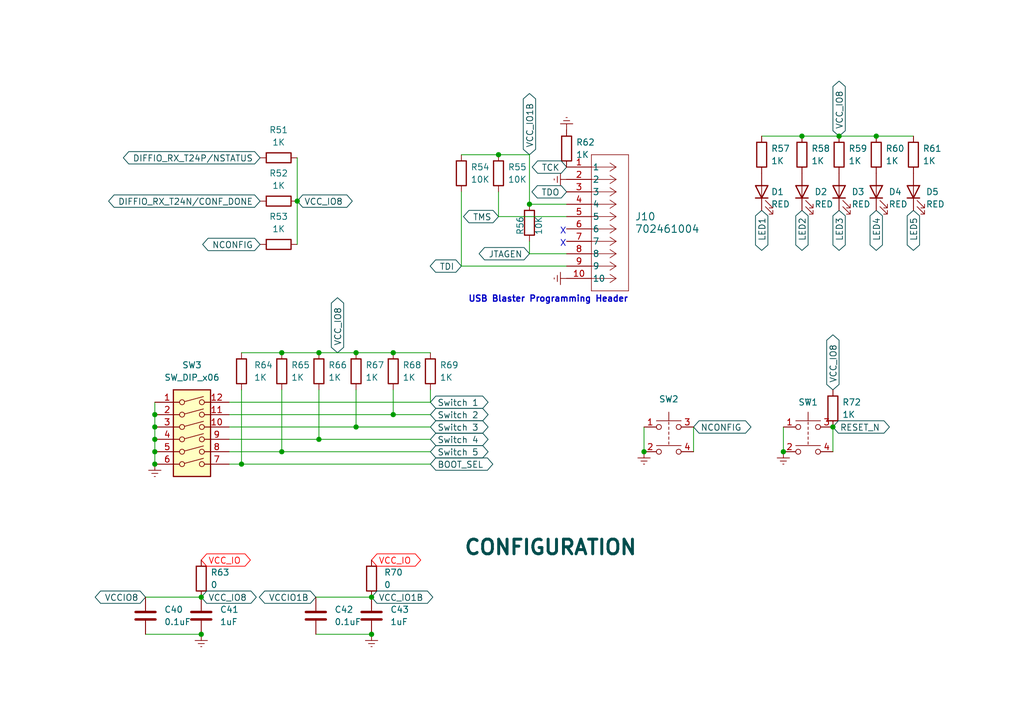
<source format=kicad_sch>
(kicad_sch
	(version 20231120)
	(generator "eeschema")
	(generator_version "8.0")
	(uuid "f9e8f92b-976e-49d8-8db2-b2165b741420")
	(paper "A5")
	(lib_symbols
		(symbol "Device:C"
			(pin_numbers hide)
			(pin_names
				(offset 0.254)
			)
			(exclude_from_sim no)
			(in_bom yes)
			(on_board yes)
			(property "Reference" "C"
				(at 0.635 2.54 0)
				(effects
					(font
						(size 1.27 1.27)
					)
					(justify left)
				)
			)
			(property "Value" "C"
				(at 0.635 -2.54 0)
				(effects
					(font
						(size 1.27 1.27)
					)
					(justify left)
				)
			)
			(property "Footprint" ""
				(at 0.9652 -3.81 0)
				(effects
					(font
						(size 1.27 1.27)
					)
					(hide yes)
				)
			)
			(property "Datasheet" "~"
				(at 0 0 0)
				(effects
					(font
						(size 1.27 1.27)
					)
					(hide yes)
				)
			)
			(property "Description" "Unpolarized capacitor"
				(at 0 0 0)
				(effects
					(font
						(size 1.27 1.27)
					)
					(hide yes)
				)
			)
			(property "ki_keywords" "cap capacitor"
				(at 0 0 0)
				(effects
					(font
						(size 1.27 1.27)
					)
					(hide yes)
				)
			)
			(property "ki_fp_filters" "C_*"
				(at 0 0 0)
				(effects
					(font
						(size 1.27 1.27)
					)
					(hide yes)
				)
			)
			(symbol "C_0_1"
				(polyline
					(pts
						(xy -2.032 -0.762) (xy 2.032 -0.762)
					)
					(stroke
						(width 0.508)
						(type default)
					)
					(fill
						(type none)
					)
				)
				(polyline
					(pts
						(xy -2.032 0.762) (xy 2.032 0.762)
					)
					(stroke
						(width 0.508)
						(type default)
					)
					(fill
						(type none)
					)
				)
			)
			(symbol "C_1_1"
				(pin passive line
					(at 0 3.81 270)
					(length 2.794)
					(name "~"
						(effects
							(font
								(size 1.27 1.27)
							)
						)
					)
					(number "1"
						(effects
							(font
								(size 1.27 1.27)
							)
						)
					)
				)
				(pin passive line
					(at 0 -3.81 90)
					(length 2.794)
					(name "~"
						(effects
							(font
								(size 1.27 1.27)
							)
						)
					)
					(number "2"
						(effects
							(font
								(size 1.27 1.27)
							)
						)
					)
				)
			)
		)
		(symbol "Device:LED"
			(pin_numbers hide)
			(pin_names
				(offset 1.016) hide)
			(exclude_from_sim no)
			(in_bom yes)
			(on_board yes)
			(property "Reference" "D"
				(at 0 2.54 0)
				(effects
					(font
						(size 1.27 1.27)
					)
				)
			)
			(property "Value" "LED"
				(at 0 -2.54 0)
				(effects
					(font
						(size 1.27 1.27)
					)
				)
			)
			(property "Footprint" ""
				(at 0 0 0)
				(effects
					(font
						(size 1.27 1.27)
					)
					(hide yes)
				)
			)
			(property "Datasheet" "~"
				(at 0 0 0)
				(effects
					(font
						(size 1.27 1.27)
					)
					(hide yes)
				)
			)
			(property "Description" "Light emitting diode"
				(at 0 0 0)
				(effects
					(font
						(size 1.27 1.27)
					)
					(hide yes)
				)
			)
			(property "ki_keywords" "LED diode"
				(at 0 0 0)
				(effects
					(font
						(size 1.27 1.27)
					)
					(hide yes)
				)
			)
			(property "ki_fp_filters" "LED* LED_SMD:* LED_THT:*"
				(at 0 0 0)
				(effects
					(font
						(size 1.27 1.27)
					)
					(hide yes)
				)
			)
			(symbol "LED_0_1"
				(polyline
					(pts
						(xy -1.27 -1.27) (xy -1.27 1.27)
					)
					(stroke
						(width 0.254)
						(type default)
					)
					(fill
						(type none)
					)
				)
				(polyline
					(pts
						(xy -1.27 0) (xy 1.27 0)
					)
					(stroke
						(width 0)
						(type default)
					)
					(fill
						(type none)
					)
				)
				(polyline
					(pts
						(xy 1.27 -1.27) (xy 1.27 1.27) (xy -1.27 0) (xy 1.27 -1.27)
					)
					(stroke
						(width 0.254)
						(type default)
					)
					(fill
						(type none)
					)
				)
				(polyline
					(pts
						(xy -3.048 -0.762) (xy -4.572 -2.286) (xy -3.81 -2.286) (xy -4.572 -2.286) (xy -4.572 -1.524)
					)
					(stroke
						(width 0)
						(type default)
					)
					(fill
						(type none)
					)
				)
				(polyline
					(pts
						(xy -1.778 -0.762) (xy -3.302 -2.286) (xy -2.54 -2.286) (xy -3.302 -2.286) (xy -3.302 -1.524)
					)
					(stroke
						(width 0)
						(type default)
					)
					(fill
						(type none)
					)
				)
			)
			(symbol "LED_1_1"
				(pin passive line
					(at -3.81 0 0)
					(length 2.54)
					(name "K"
						(effects
							(font
								(size 1.27 1.27)
							)
						)
					)
					(number "1"
						(effects
							(font
								(size 1.27 1.27)
							)
						)
					)
				)
				(pin passive line
					(at 3.81 0 180)
					(length 2.54)
					(name "A"
						(effects
							(font
								(size 1.27 1.27)
							)
						)
					)
					(number "2"
						(effects
							(font
								(size 1.27 1.27)
							)
						)
					)
				)
			)
		)
		(symbol "Device:R"
			(pin_numbers hide)
			(pin_names
				(offset 0)
			)
			(exclude_from_sim no)
			(in_bom yes)
			(on_board yes)
			(property "Reference" "R"
				(at 2.032 0 90)
				(effects
					(font
						(size 1.27 1.27)
					)
				)
			)
			(property "Value" "R"
				(at 0 0 90)
				(effects
					(font
						(size 1.27 1.27)
					)
				)
			)
			(property "Footprint" ""
				(at -1.778 0 90)
				(effects
					(font
						(size 1.27 1.27)
					)
					(hide yes)
				)
			)
			(property "Datasheet" "~"
				(at 0 0 0)
				(effects
					(font
						(size 1.27 1.27)
					)
					(hide yes)
				)
			)
			(property "Description" "Resistor"
				(at 0 0 0)
				(effects
					(font
						(size 1.27 1.27)
					)
					(hide yes)
				)
			)
			(property "ki_keywords" "R res resistor"
				(at 0 0 0)
				(effects
					(font
						(size 1.27 1.27)
					)
					(hide yes)
				)
			)
			(property "ki_fp_filters" "R_*"
				(at 0 0 0)
				(effects
					(font
						(size 1.27 1.27)
					)
					(hide yes)
				)
			)
			(symbol "R_0_1"
				(rectangle
					(start -1.016 -2.54)
					(end 1.016 2.54)
					(stroke
						(width 0.254)
						(type default)
					)
					(fill
						(type none)
					)
				)
			)
			(symbol "R_1_1"
				(pin passive line
					(at 0 3.81 270)
					(length 1.27)
					(name "~"
						(effects
							(font
								(size 1.27 1.27)
							)
						)
					)
					(number "1"
						(effects
							(font
								(size 1.27 1.27)
							)
						)
					)
				)
				(pin passive line
					(at 0 -3.81 90)
					(length 1.27)
					(name "~"
						(effects
							(font
								(size 1.27 1.27)
							)
						)
					)
					(number "2"
						(effects
							(font
								(size 1.27 1.27)
							)
						)
					)
				)
			)
		)
		(symbol "JTAG-FPGA:702461004"
			(pin_names
				(offset 0.254)
			)
			(exclude_from_sim no)
			(in_bom yes)
			(on_board yes)
			(property "Reference" "J"
				(at 8.89 6.35 0)
				(effects
					(font
						(size 1.524 1.524)
					)
				)
			)
			(property "Value" "702461004"
				(at 0 0 0)
				(effects
					(font
						(size 1.524 1.524)
					)
				)
			)
			(property "Footprint" "CON_702461004_MOL"
				(at 0 0 0)
				(effects
					(font
						(size 1.27 1.27)
						(italic yes)
					)
					(hide yes)
				)
			)
			(property "Datasheet" "702461004"
				(at 0 0 0)
				(effects
					(font
						(size 1.27 1.27)
						(italic yes)
					)
					(hide yes)
				)
			)
			(property "Description" ""
				(at 0 0 0)
				(effects
					(font
						(size 1.27 1.27)
					)
					(hide yes)
				)
			)
			(property "ki_locked" ""
				(at 0 0 0)
				(effects
					(font
						(size 1.27 1.27)
					)
				)
			)
			(property "ki_keywords" "702461004"
				(at 0 0 0)
				(effects
					(font
						(size 1.27 1.27)
					)
					(hide yes)
				)
			)
			(property "ki_fp_filters" "CON_702461004_MOL"
				(at 0 0 0)
				(effects
					(font
						(size 1.27 1.27)
					)
					(hide yes)
				)
			)
			(symbol "702461004_1_1"
				(polyline
					(pts
						(xy 5.08 -25.4) (xy 12.7 -25.4)
					)
					(stroke
						(width 0.127)
						(type default)
					)
					(fill
						(type none)
					)
				)
				(polyline
					(pts
						(xy 5.08 2.54) (xy 5.08 -25.4)
					)
					(stroke
						(width 0.127)
						(type default)
					)
					(fill
						(type none)
					)
				)
				(polyline
					(pts
						(xy 10.16 -22.86) (xy 5.08 -22.86)
					)
					(stroke
						(width 0.127)
						(type default)
					)
					(fill
						(type none)
					)
				)
				(polyline
					(pts
						(xy 10.16 -22.86) (xy 8.89 -23.7067)
					)
					(stroke
						(width 0.127)
						(type default)
					)
					(fill
						(type none)
					)
				)
				(polyline
					(pts
						(xy 10.16 -22.86) (xy 8.89 -22.0133)
					)
					(stroke
						(width 0.127)
						(type default)
					)
					(fill
						(type none)
					)
				)
				(polyline
					(pts
						(xy 10.16 -20.32) (xy 5.08 -20.32)
					)
					(stroke
						(width 0.127)
						(type default)
					)
					(fill
						(type none)
					)
				)
				(polyline
					(pts
						(xy 10.16 -20.32) (xy 8.89 -21.1667)
					)
					(stroke
						(width 0.127)
						(type default)
					)
					(fill
						(type none)
					)
				)
				(polyline
					(pts
						(xy 10.16 -20.32) (xy 8.89 -19.4733)
					)
					(stroke
						(width 0.127)
						(type default)
					)
					(fill
						(type none)
					)
				)
				(polyline
					(pts
						(xy 10.16 -17.78) (xy 5.08 -17.78)
					)
					(stroke
						(width 0.127)
						(type default)
					)
					(fill
						(type none)
					)
				)
				(polyline
					(pts
						(xy 10.16 -17.78) (xy 8.89 -18.6267)
					)
					(stroke
						(width 0.127)
						(type default)
					)
					(fill
						(type none)
					)
				)
				(polyline
					(pts
						(xy 10.16 -17.78) (xy 8.89 -16.9333)
					)
					(stroke
						(width 0.127)
						(type default)
					)
					(fill
						(type none)
					)
				)
				(polyline
					(pts
						(xy 10.16 -15.24) (xy 5.08 -15.24)
					)
					(stroke
						(width 0.127)
						(type default)
					)
					(fill
						(type none)
					)
				)
				(polyline
					(pts
						(xy 10.16 -15.24) (xy 8.89 -16.0867)
					)
					(stroke
						(width 0.127)
						(type default)
					)
					(fill
						(type none)
					)
				)
				(polyline
					(pts
						(xy 10.16 -15.24) (xy 8.89 -14.3933)
					)
					(stroke
						(width 0.127)
						(type default)
					)
					(fill
						(type none)
					)
				)
				(polyline
					(pts
						(xy 10.16 -12.7) (xy 5.08 -12.7)
					)
					(stroke
						(width 0.127)
						(type default)
					)
					(fill
						(type none)
					)
				)
				(polyline
					(pts
						(xy 10.16 -12.7) (xy 8.89 -13.5467)
					)
					(stroke
						(width 0.127)
						(type default)
					)
					(fill
						(type none)
					)
				)
				(polyline
					(pts
						(xy 10.16 -12.7) (xy 8.89 -11.8533)
					)
					(stroke
						(width 0.127)
						(type default)
					)
					(fill
						(type none)
					)
				)
				(polyline
					(pts
						(xy 10.16 -10.16) (xy 5.08 -10.16)
					)
					(stroke
						(width 0.127)
						(type default)
					)
					(fill
						(type none)
					)
				)
				(polyline
					(pts
						(xy 10.16 -10.16) (xy 8.89 -11.0067)
					)
					(stroke
						(width 0.127)
						(type default)
					)
					(fill
						(type none)
					)
				)
				(polyline
					(pts
						(xy 10.16 -10.16) (xy 8.89 -9.3133)
					)
					(stroke
						(width 0.127)
						(type default)
					)
					(fill
						(type none)
					)
				)
				(polyline
					(pts
						(xy 10.16 -7.62) (xy 5.08 -7.62)
					)
					(stroke
						(width 0.127)
						(type default)
					)
					(fill
						(type none)
					)
				)
				(polyline
					(pts
						(xy 10.16 -7.62) (xy 8.89 -8.4667)
					)
					(stroke
						(width 0.127)
						(type default)
					)
					(fill
						(type none)
					)
				)
				(polyline
					(pts
						(xy 10.16 -7.62) (xy 8.89 -6.7733)
					)
					(stroke
						(width 0.127)
						(type default)
					)
					(fill
						(type none)
					)
				)
				(polyline
					(pts
						(xy 10.16 -5.08) (xy 5.08 -5.08)
					)
					(stroke
						(width 0.127)
						(type default)
					)
					(fill
						(type none)
					)
				)
				(polyline
					(pts
						(xy 10.16 -5.08) (xy 8.89 -5.9267)
					)
					(stroke
						(width 0.127)
						(type default)
					)
					(fill
						(type none)
					)
				)
				(polyline
					(pts
						(xy 10.16 -5.08) (xy 8.89 -4.2333)
					)
					(stroke
						(width 0.127)
						(type default)
					)
					(fill
						(type none)
					)
				)
				(polyline
					(pts
						(xy 10.16 -2.54) (xy 5.08 -2.54)
					)
					(stroke
						(width 0.127)
						(type default)
					)
					(fill
						(type none)
					)
				)
				(polyline
					(pts
						(xy 10.16 -2.54) (xy 8.89 -3.3867)
					)
					(stroke
						(width 0.127)
						(type default)
					)
					(fill
						(type none)
					)
				)
				(polyline
					(pts
						(xy 10.16 -2.54) (xy 8.89 -1.6933)
					)
					(stroke
						(width 0.127)
						(type default)
					)
					(fill
						(type none)
					)
				)
				(polyline
					(pts
						(xy 10.16 0) (xy 5.08 0)
					)
					(stroke
						(width 0.127)
						(type default)
					)
					(fill
						(type none)
					)
				)
				(polyline
					(pts
						(xy 10.16 0) (xy 8.89 -0.8467)
					)
					(stroke
						(width 0.127)
						(type default)
					)
					(fill
						(type none)
					)
				)
				(polyline
					(pts
						(xy 10.16 0) (xy 8.89 0.8467)
					)
					(stroke
						(width 0.127)
						(type default)
					)
					(fill
						(type none)
					)
				)
				(polyline
					(pts
						(xy 12.7 -25.4) (xy 12.7 2.54)
					)
					(stroke
						(width 0.127)
						(type default)
					)
					(fill
						(type none)
					)
				)
				(polyline
					(pts
						(xy 12.7 2.54) (xy 5.08 2.54)
					)
					(stroke
						(width 0.127)
						(type default)
					)
					(fill
						(type none)
					)
				)
				(pin unspecified line
					(at 0 0 0)
					(length 5.08)
					(name "1"
						(effects
							(font
								(size 1.27 1.27)
							)
						)
					)
					(number "1"
						(effects
							(font
								(size 1.27 1.27)
							)
						)
					)
				)
				(pin unspecified line
					(at 0 -22.86 0)
					(length 5.08)
					(name "10"
						(effects
							(font
								(size 1.27 1.27)
							)
						)
					)
					(number "10"
						(effects
							(font
								(size 1.27 1.27)
							)
						)
					)
				)
				(pin unspecified line
					(at 0 -2.54 0)
					(length 5.08)
					(name "2"
						(effects
							(font
								(size 1.27 1.27)
							)
						)
					)
					(number "2"
						(effects
							(font
								(size 1.27 1.27)
							)
						)
					)
				)
				(pin unspecified line
					(at 0 -5.08 0)
					(length 5.08)
					(name "3"
						(effects
							(font
								(size 1.27 1.27)
							)
						)
					)
					(number "3"
						(effects
							(font
								(size 1.27 1.27)
							)
						)
					)
				)
				(pin unspecified line
					(at 0 -7.62 0)
					(length 5.08)
					(name "4"
						(effects
							(font
								(size 1.27 1.27)
							)
						)
					)
					(number "4"
						(effects
							(font
								(size 1.27 1.27)
							)
						)
					)
				)
				(pin unspecified line
					(at 0 -10.16 0)
					(length 5.08)
					(name "5"
						(effects
							(font
								(size 1.27 1.27)
							)
						)
					)
					(number "5"
						(effects
							(font
								(size 1.27 1.27)
							)
						)
					)
				)
				(pin unspecified line
					(at 0 -12.7 0)
					(length 5.08)
					(name "6"
						(effects
							(font
								(size 1.27 1.27)
							)
						)
					)
					(number "6"
						(effects
							(font
								(size 1.27 1.27)
							)
						)
					)
				)
				(pin unspecified line
					(at 0 -15.24 0)
					(length 5.08)
					(name "7"
						(effects
							(font
								(size 1.27 1.27)
							)
						)
					)
					(number "7"
						(effects
							(font
								(size 1.27 1.27)
							)
						)
					)
				)
				(pin unspecified line
					(at 0 -17.78 0)
					(length 5.08)
					(name "8"
						(effects
							(font
								(size 1.27 1.27)
							)
						)
					)
					(number "8"
						(effects
							(font
								(size 1.27 1.27)
							)
						)
					)
				)
				(pin unspecified line
					(at 0 -20.32 0)
					(length 5.08)
					(name "9"
						(effects
							(font
								(size 1.27 1.27)
							)
						)
					)
					(number "9"
						(effects
							(font
								(size 1.27 1.27)
							)
						)
					)
				)
			)
			(symbol "702461004_1_2"
				(polyline
					(pts
						(xy 5.08 -25.4) (xy 12.7 -25.4)
					)
					(stroke
						(width 0.127)
						(type default)
					)
					(fill
						(type none)
					)
				)
				(polyline
					(pts
						(xy 5.08 2.54) (xy 5.08 -25.4)
					)
					(stroke
						(width 0.127)
						(type default)
					)
					(fill
						(type none)
					)
				)
				(polyline
					(pts
						(xy 7.62 -22.86) (xy 5.08 -22.86)
					)
					(stroke
						(width 0.127)
						(type default)
					)
					(fill
						(type none)
					)
				)
				(polyline
					(pts
						(xy 7.62 -22.86) (xy 8.89 -23.7067)
					)
					(stroke
						(width 0.127)
						(type default)
					)
					(fill
						(type none)
					)
				)
				(polyline
					(pts
						(xy 7.62 -22.86) (xy 8.89 -22.0133)
					)
					(stroke
						(width 0.127)
						(type default)
					)
					(fill
						(type none)
					)
				)
				(polyline
					(pts
						(xy 7.62 -20.32) (xy 5.08 -20.32)
					)
					(stroke
						(width 0.127)
						(type default)
					)
					(fill
						(type none)
					)
				)
				(polyline
					(pts
						(xy 7.62 -20.32) (xy 8.89 -21.1667)
					)
					(stroke
						(width 0.127)
						(type default)
					)
					(fill
						(type none)
					)
				)
				(polyline
					(pts
						(xy 7.62 -20.32) (xy 8.89 -19.4733)
					)
					(stroke
						(width 0.127)
						(type default)
					)
					(fill
						(type none)
					)
				)
				(polyline
					(pts
						(xy 7.62 -17.78) (xy 5.08 -17.78)
					)
					(stroke
						(width 0.127)
						(type default)
					)
					(fill
						(type none)
					)
				)
				(polyline
					(pts
						(xy 7.62 -17.78) (xy 8.89 -18.6267)
					)
					(stroke
						(width 0.127)
						(type default)
					)
					(fill
						(type none)
					)
				)
				(polyline
					(pts
						(xy 7.62 -17.78) (xy 8.89 -16.9333)
					)
					(stroke
						(width 0.127)
						(type default)
					)
					(fill
						(type none)
					)
				)
				(polyline
					(pts
						(xy 7.62 -15.24) (xy 5.08 -15.24)
					)
					(stroke
						(width 0.127)
						(type default)
					)
					(fill
						(type none)
					)
				)
				(polyline
					(pts
						(xy 7.62 -15.24) (xy 8.89 -16.0867)
					)
					(stroke
						(width 0.127)
						(type default)
					)
					(fill
						(type none)
					)
				)
				(polyline
					(pts
						(xy 7.62 -15.24) (xy 8.89 -14.3933)
					)
					(stroke
						(width 0.127)
						(type default)
					)
					(fill
						(type none)
					)
				)
				(polyline
					(pts
						(xy 7.62 -12.7) (xy 5.08 -12.7)
					)
					(stroke
						(width 0.127)
						(type default)
					)
					(fill
						(type none)
					)
				)
				(polyline
					(pts
						(xy 7.62 -12.7) (xy 8.89 -13.5467)
					)
					(stroke
						(width 0.127)
						(type default)
					)
					(fill
						(type none)
					)
				)
				(polyline
					(pts
						(xy 7.62 -12.7) (xy 8.89 -11.8533)
					)
					(stroke
						(width 0.127)
						(type default)
					)
					(fill
						(type none)
					)
				)
				(polyline
					(pts
						(xy 7.62 -10.16) (xy 5.08 -10.16)
					)
					(stroke
						(width 0.127)
						(type default)
					)
					(fill
						(type none)
					)
				)
				(polyline
					(pts
						(xy 7.62 -10.16) (xy 8.89 -11.0067)
					)
					(stroke
						(width 0.127)
						(type default)
					)
					(fill
						(type none)
					)
				)
				(polyline
					(pts
						(xy 7.62 -10.16) (xy 8.89 -9.3133)
					)
					(stroke
						(width 0.127)
						(type default)
					)
					(fill
						(type none)
					)
				)
				(polyline
					(pts
						(xy 7.62 -7.62) (xy 5.08 -7.62)
					)
					(stroke
						(width 0.127)
						(type default)
					)
					(fill
						(type none)
					)
				)
				(polyline
					(pts
						(xy 7.62 -7.62) (xy 8.89 -8.4667)
					)
					(stroke
						(width 0.127)
						(type default)
					)
					(fill
						(type none)
					)
				)
				(polyline
					(pts
						(xy 7.62 -7.62) (xy 8.89 -6.7733)
					)
					(stroke
						(width 0.127)
						(type default)
					)
					(fill
						(type none)
					)
				)
				(polyline
					(pts
						(xy 7.62 -5.08) (xy 5.08 -5.08)
					)
					(stroke
						(width 0.127)
						(type default)
					)
					(fill
						(type none)
					)
				)
				(polyline
					(pts
						(xy 7.62 -5.08) (xy 8.89 -5.9267)
					)
					(stroke
						(width 0.127)
						(type default)
					)
					(fill
						(type none)
					)
				)
				(polyline
					(pts
						(xy 7.62 -5.08) (xy 8.89 -4.2333)
					)
					(stroke
						(width 0.127)
						(type default)
					)
					(fill
						(type none)
					)
				)
				(polyline
					(pts
						(xy 7.62 -2.54) (xy 5.08 -2.54)
					)
					(stroke
						(width 0.127)
						(type default)
					)
					(fill
						(type none)
					)
				)
				(polyline
					(pts
						(xy 7.62 -2.54) (xy 8.89 -3.3867)
					)
					(stroke
						(width 0.127)
						(type default)
					)
					(fill
						(type none)
					)
				)
				(polyline
					(pts
						(xy 7.62 -2.54) (xy 8.89 -1.6933)
					)
					(stroke
						(width 0.127)
						(type default)
					)
					(fill
						(type none)
					)
				)
				(polyline
					(pts
						(xy 7.62 0) (xy 5.08 0)
					)
					(stroke
						(width 0.127)
						(type default)
					)
					(fill
						(type none)
					)
				)
				(polyline
					(pts
						(xy 7.62 0) (xy 8.89 -0.8467)
					)
					(stroke
						(width 0.127)
						(type default)
					)
					(fill
						(type none)
					)
				)
				(polyline
					(pts
						(xy 7.62 0) (xy 8.89 0.8467)
					)
					(stroke
						(width 0.127)
						(type default)
					)
					(fill
						(type none)
					)
				)
				(polyline
					(pts
						(xy 12.7 -25.4) (xy 12.7 2.54)
					)
					(stroke
						(width 0.127)
						(type default)
					)
					(fill
						(type none)
					)
				)
				(polyline
					(pts
						(xy 12.7 2.54) (xy 5.08 2.54)
					)
					(stroke
						(width 0.127)
						(type default)
					)
					(fill
						(type none)
					)
				)
				(pin unspecified line
					(at 0 0 0)
					(length 5.08)
					(name "1"
						(effects
							(font
								(size 1.27 1.27)
							)
						)
					)
					(number "1"
						(effects
							(font
								(size 1.27 1.27)
							)
						)
					)
				)
				(pin unspecified line
					(at 0 -22.86 0)
					(length 5.08)
					(name "10"
						(effects
							(font
								(size 1.27 1.27)
							)
						)
					)
					(number "10"
						(effects
							(font
								(size 1.27 1.27)
							)
						)
					)
				)
				(pin unspecified line
					(at 0 -2.54 0)
					(length 5.08)
					(name "2"
						(effects
							(font
								(size 1.27 1.27)
							)
						)
					)
					(number "2"
						(effects
							(font
								(size 1.27 1.27)
							)
						)
					)
				)
				(pin unspecified line
					(at 0 -5.08 0)
					(length 5.08)
					(name "3"
						(effects
							(font
								(size 1.27 1.27)
							)
						)
					)
					(number "3"
						(effects
							(font
								(size 1.27 1.27)
							)
						)
					)
				)
				(pin unspecified line
					(at 0 -7.62 0)
					(length 5.08)
					(name "4"
						(effects
							(font
								(size 1.27 1.27)
							)
						)
					)
					(number "4"
						(effects
							(font
								(size 1.27 1.27)
							)
						)
					)
				)
				(pin unspecified line
					(at 0 -10.16 0)
					(length 5.08)
					(name "5"
						(effects
							(font
								(size 1.27 1.27)
							)
						)
					)
					(number "5"
						(effects
							(font
								(size 1.27 1.27)
							)
						)
					)
				)
				(pin unspecified line
					(at 0 -12.7 0)
					(length 5.08)
					(name "6"
						(effects
							(font
								(size 1.27 1.27)
							)
						)
					)
					(number "6"
						(effects
							(font
								(size 1.27 1.27)
							)
						)
					)
				)
				(pin unspecified line
					(at 0 -15.24 0)
					(length 5.08)
					(name "7"
						(effects
							(font
								(size 1.27 1.27)
							)
						)
					)
					(number "7"
						(effects
							(font
								(size 1.27 1.27)
							)
						)
					)
				)
				(pin unspecified line
					(at 0 -17.78 0)
					(length 5.08)
					(name "8"
						(effects
							(font
								(size 1.27 1.27)
							)
						)
					)
					(number "8"
						(effects
							(font
								(size 1.27 1.27)
							)
						)
					)
				)
				(pin unspecified line
					(at 0 -20.32 0)
					(length 5.08)
					(name "9"
						(effects
							(font
								(size 1.27 1.27)
							)
						)
					)
					(number "9"
						(effects
							(font
								(size 1.27 1.27)
							)
						)
					)
				)
			)
		)
		(symbol "SW_Push_Dual_1"
			(pin_names
				(offset 1.016) hide)
			(exclude_from_sim no)
			(in_bom yes)
			(on_board yes)
			(property "Reference" "SW2"
				(at 0 8.255 0)
				(effects
					(font
						(size 1.27 1.27)
					)
				)
			)
			(property "Value" "SW_Push_Dual"
				(at 0 5.715 0)
				(effects
					(font
						(size 1.27 1.27)
					)
				)
			)
			(property "Footprint" ""
				(at 0 5.08 0)
				(effects
					(font
						(size 1.27 1.27)
					)
					(hide yes)
				)
			)
			(property "Datasheet" "~"
				(at 0 5.08 0)
				(effects
					(font
						(size 1.27 1.27)
					)
					(hide yes)
				)
			)
			(property "Description" "Push button switch, generic, symbol, four pins"
				(at 0 0 0)
				(effects
					(font
						(size 1.27 1.27)
					)
					(hide yes)
				)
			)
			(property "ki_keywords" "switch normally-open pushbutton push-button"
				(at 0 0 0)
				(effects
					(font
						(size 1.27 1.27)
					)
					(hide yes)
				)
			)
			(symbol "SW_Push_Dual_1_0_1"
				(circle
					(center -2.032 -5.08)
					(radius 0.508)
					(stroke
						(width 0)
						(type default)
					)
					(fill
						(type none)
					)
				)
				(circle
					(center -2.032 0)
					(radius 0.508)
					(stroke
						(width 0)
						(type default)
					)
					(fill
						(type none)
					)
				)
				(polyline
					(pts
						(xy 0 -3.048) (xy 0 -3.556)
					)
					(stroke
						(width 0)
						(type default)
					)
					(fill
						(type none)
					)
				)
				(polyline
					(pts
						(xy 0 -2.032) (xy 0 -2.54)
					)
					(stroke
						(width 0)
						(type default)
					)
					(fill
						(type none)
					)
				)
				(polyline
					(pts
						(xy 0 -1.524) (xy 0 -1.016)
					)
					(stroke
						(width 0)
						(type default)
					)
					(fill
						(type none)
					)
				)
				(polyline
					(pts
						(xy 0 -0.508) (xy 0 0)
					)
					(stroke
						(width 0)
						(type default)
					)
					(fill
						(type none)
					)
				)
				(polyline
					(pts
						(xy 0 0.508) (xy 0 1.016)
					)
					(stroke
						(width 0)
						(type default)
					)
					(fill
						(type none)
					)
				)
				(polyline
					(pts
						(xy 0 1.27) (xy 0 3.048)
					)
					(stroke
						(width 0)
						(type default)
					)
					(fill
						(type none)
					)
				)
				(polyline
					(pts
						(xy 2.54 -3.81) (xy -2.54 -3.81)
					)
					(stroke
						(width 0)
						(type default)
					)
					(fill
						(type none)
					)
				)
				(polyline
					(pts
						(xy 2.54 1.27) (xy -2.54 1.27)
					)
					(stroke
						(width 0)
						(type default)
					)
					(fill
						(type none)
					)
				)
				(circle
					(center 2.032 -5.08)
					(radius 0.508)
					(stroke
						(width 0)
						(type default)
					)
					(fill
						(type none)
					)
				)
				(circle
					(center 2.032 0)
					(radius 0.508)
					(stroke
						(width 0)
						(type default)
					)
					(fill
						(type none)
					)
				)
				(pin passive line
					(at -5.08 0 0)
					(length 2.54)
					(name "1"
						(effects
							(font
								(size 1.27 1.27)
							)
						)
					)
					(number "1"
						(effects
							(font
								(size 1.27 1.27)
							)
						)
					)
				)
				(pin passive line
					(at 5.08 -5.08 180)
					(length 2.54)
					(name "4"
						(effects
							(font
								(size 1.27 1.27)
							)
						)
					)
					(number "4"
						(effects
							(font
								(size 1.27 1.27)
							)
						)
					)
				)
			)
			(symbol "SW_Push_Dual_1_1_1"
				(pin passive line
					(at -5.08 -5.08 0)
					(length 2.54)
					(name "2"
						(effects
							(font
								(size 1.27 1.27)
							)
						)
					)
					(number "2"
						(effects
							(font
								(size 1.27 1.27)
							)
						)
					)
				)
				(pin passive line
					(at 5.08 0 180)
					(length 2.54)
					(name "3"
						(effects
							(font
								(size 1.27 1.27)
							)
						)
					)
					(number "3"
						(effects
							(font
								(size 1.27 1.27)
							)
						)
					)
				)
			)
		)
		(symbol "Switch:SW_DIP_x06"
			(pin_names
				(offset 0) hide)
			(exclude_from_sim no)
			(in_bom yes)
			(on_board yes)
			(property "Reference" "SW"
				(at 0 11.43 0)
				(effects
					(font
						(size 1.27 1.27)
					)
				)
			)
			(property "Value" "SW_DIP_x06"
				(at 0 -8.89 0)
				(effects
					(font
						(size 1.27 1.27)
					)
				)
			)
			(property "Footprint" ""
				(at 0 0 0)
				(effects
					(font
						(size 1.27 1.27)
					)
					(hide yes)
				)
			)
			(property "Datasheet" "~"
				(at 0 0 0)
				(effects
					(font
						(size 1.27 1.27)
					)
					(hide yes)
				)
			)
			(property "Description" "6x DIP Switch, Single Pole Single Throw (SPST) switch, small symbol"
				(at 0 0 0)
				(effects
					(font
						(size 1.27 1.27)
					)
					(hide yes)
				)
			)
			(property "ki_keywords" "dip switch"
				(at 0 0 0)
				(effects
					(font
						(size 1.27 1.27)
					)
					(hide yes)
				)
			)
			(property "ki_fp_filters" "SW?DIP?x6*"
				(at 0 0 0)
				(effects
					(font
						(size 1.27 1.27)
					)
					(hide yes)
				)
			)
			(symbol "SW_DIP_x06_0_0"
				(circle
					(center -2.032 -5.08)
					(radius 0.508)
					(stroke
						(width 0)
						(type default)
					)
					(fill
						(type none)
					)
				)
				(circle
					(center -2.032 -2.54)
					(radius 0.508)
					(stroke
						(width 0)
						(type default)
					)
					(fill
						(type none)
					)
				)
				(circle
					(center -2.032 0)
					(radius 0.508)
					(stroke
						(width 0)
						(type default)
					)
					(fill
						(type none)
					)
				)
				(circle
					(center -2.032 2.54)
					(radius 0.508)
					(stroke
						(width 0)
						(type default)
					)
					(fill
						(type none)
					)
				)
				(circle
					(center -2.032 5.08)
					(radius 0.508)
					(stroke
						(width 0)
						(type default)
					)
					(fill
						(type none)
					)
				)
				(circle
					(center -2.032 7.62)
					(radius 0.508)
					(stroke
						(width 0)
						(type default)
					)
					(fill
						(type none)
					)
				)
				(polyline
					(pts
						(xy -1.524 -4.9276) (xy 2.3622 -3.8862)
					)
					(stroke
						(width 0)
						(type default)
					)
					(fill
						(type none)
					)
				)
				(polyline
					(pts
						(xy -1.524 -2.3876) (xy 2.3622 -1.3462)
					)
					(stroke
						(width 0)
						(type default)
					)
					(fill
						(type none)
					)
				)
				(polyline
					(pts
						(xy -1.524 0.127) (xy 2.3622 1.1684)
					)
					(stroke
						(width 0)
						(type default)
					)
					(fill
						(type none)
					)
				)
				(polyline
					(pts
						(xy -1.524 2.667) (xy 2.3622 3.7084)
					)
					(stroke
						(width 0)
						(type default)
					)
					(fill
						(type none)
					)
				)
				(polyline
					(pts
						(xy -1.524 5.207) (xy 2.3622 6.2484)
					)
					(stroke
						(width 0)
						(type default)
					)
					(fill
						(type none)
					)
				)
				(polyline
					(pts
						(xy -1.524 7.747) (xy 2.3622 8.7884)
					)
					(stroke
						(width 0)
						(type default)
					)
					(fill
						(type none)
					)
				)
				(circle
					(center 2.032 -5.08)
					(radius 0.508)
					(stroke
						(width 0)
						(type default)
					)
					(fill
						(type none)
					)
				)
				(circle
					(center 2.032 -2.54)
					(radius 0.508)
					(stroke
						(width 0)
						(type default)
					)
					(fill
						(type none)
					)
				)
				(circle
					(center 2.032 0)
					(radius 0.508)
					(stroke
						(width 0)
						(type default)
					)
					(fill
						(type none)
					)
				)
				(circle
					(center 2.032 2.54)
					(radius 0.508)
					(stroke
						(width 0)
						(type default)
					)
					(fill
						(type none)
					)
				)
				(circle
					(center 2.032 5.08)
					(radius 0.508)
					(stroke
						(width 0)
						(type default)
					)
					(fill
						(type none)
					)
				)
				(circle
					(center 2.032 7.62)
					(radius 0.508)
					(stroke
						(width 0)
						(type default)
					)
					(fill
						(type none)
					)
				)
			)
			(symbol "SW_DIP_x06_0_1"
				(rectangle
					(start -3.81 10.16)
					(end 3.81 -7.62)
					(stroke
						(width 0.254)
						(type default)
					)
					(fill
						(type background)
					)
				)
			)
			(symbol "SW_DIP_x06_1_1"
				(pin passive line
					(at -7.62 7.62 0)
					(length 5.08)
					(name "~"
						(effects
							(font
								(size 1.27 1.27)
							)
						)
					)
					(number "1"
						(effects
							(font
								(size 1.27 1.27)
							)
						)
					)
				)
				(pin passive line
					(at 7.62 2.54 180)
					(length 5.08)
					(name "~"
						(effects
							(font
								(size 1.27 1.27)
							)
						)
					)
					(number "10"
						(effects
							(font
								(size 1.27 1.27)
							)
						)
					)
				)
				(pin passive line
					(at 7.62 5.08 180)
					(length 5.08)
					(name "~"
						(effects
							(font
								(size 1.27 1.27)
							)
						)
					)
					(number "11"
						(effects
							(font
								(size 1.27 1.27)
							)
						)
					)
				)
				(pin passive line
					(at 7.62 7.62 180)
					(length 5.08)
					(name "~"
						(effects
							(font
								(size 1.27 1.27)
							)
						)
					)
					(number "12"
						(effects
							(font
								(size 1.27 1.27)
							)
						)
					)
				)
				(pin passive line
					(at -7.62 5.08 0)
					(length 5.08)
					(name "~"
						(effects
							(font
								(size 1.27 1.27)
							)
						)
					)
					(number "2"
						(effects
							(font
								(size 1.27 1.27)
							)
						)
					)
				)
				(pin passive line
					(at -7.62 2.54 0)
					(length 5.08)
					(name "~"
						(effects
							(font
								(size 1.27 1.27)
							)
						)
					)
					(number "3"
						(effects
							(font
								(size 1.27 1.27)
							)
						)
					)
				)
				(pin passive line
					(at -7.62 0 0)
					(length 5.08)
					(name "~"
						(effects
							(font
								(size 1.27 1.27)
							)
						)
					)
					(number "4"
						(effects
							(font
								(size 1.27 1.27)
							)
						)
					)
				)
				(pin passive line
					(at -7.62 -2.54 0)
					(length 5.08)
					(name "~"
						(effects
							(font
								(size 1.27 1.27)
							)
						)
					)
					(number "5"
						(effects
							(font
								(size 1.27 1.27)
							)
						)
					)
				)
				(pin passive line
					(at -7.62 -5.08 0)
					(length 5.08)
					(name "~"
						(effects
							(font
								(size 1.27 1.27)
							)
						)
					)
					(number "6"
						(effects
							(font
								(size 1.27 1.27)
							)
						)
					)
				)
				(pin passive line
					(at 7.62 -5.08 180)
					(length 5.08)
					(name "~"
						(effects
							(font
								(size 1.27 1.27)
							)
						)
					)
					(number "7"
						(effects
							(font
								(size 1.27 1.27)
							)
						)
					)
				)
				(pin passive line
					(at 7.62 -2.54 180)
					(length 5.08)
					(name "~"
						(effects
							(font
								(size 1.27 1.27)
							)
						)
					)
					(number "8"
						(effects
							(font
								(size 1.27 1.27)
							)
						)
					)
				)
				(pin passive line
					(at 7.62 0 180)
					(length 5.08)
					(name "~"
						(effects
							(font
								(size 1.27 1.27)
							)
						)
					)
					(number "9"
						(effects
							(font
								(size 1.27 1.27)
							)
						)
					)
				)
			)
		)
		(symbol "power:Earth"
			(power)
			(pin_names
				(offset 0)
			)
			(exclude_from_sim no)
			(in_bom yes)
			(on_board yes)
			(property "Reference" "#PWR"
				(at 0 -6.35 0)
				(effects
					(font
						(size 1.27 1.27)
					)
					(hide yes)
				)
			)
			(property "Value" "Earth"
				(at 0 -3.81 0)
				(effects
					(font
						(size 1.27 1.27)
					)
					(hide yes)
				)
			)
			(property "Footprint" ""
				(at 0 0 0)
				(effects
					(font
						(size 1.27 1.27)
					)
					(hide yes)
				)
			)
			(property "Datasheet" "~"
				(at 0 0 0)
				(effects
					(font
						(size 1.27 1.27)
					)
					(hide yes)
				)
			)
			(property "Description" "Power symbol creates a global label with name \"Earth\""
				(at 0 0 0)
				(effects
					(font
						(size 1.27 1.27)
					)
					(hide yes)
				)
			)
			(property "ki_keywords" "global ground gnd"
				(at 0 0 0)
				(effects
					(font
						(size 1.27 1.27)
					)
					(hide yes)
				)
			)
			(symbol "Earth_0_1"
				(polyline
					(pts
						(xy -0.635 -1.905) (xy 0.635 -1.905)
					)
					(stroke
						(width 0)
						(type default)
					)
					(fill
						(type none)
					)
				)
				(polyline
					(pts
						(xy -0.127 -2.54) (xy 0.127 -2.54)
					)
					(stroke
						(width 0)
						(type default)
					)
					(fill
						(type none)
					)
				)
				(polyline
					(pts
						(xy 0 -1.27) (xy 0 0)
					)
					(stroke
						(width 0)
						(type default)
					)
					(fill
						(type none)
					)
				)
				(polyline
					(pts
						(xy 1.27 -1.27) (xy -1.27 -1.27)
					)
					(stroke
						(width 0)
						(type default)
					)
					(fill
						(type none)
					)
				)
			)
			(symbol "Earth_1_1"
				(pin power_in line
					(at 0 0 270)
					(length 0) hide
					(name "Earth"
						(effects
							(font
								(size 1.27 1.27)
							)
						)
					)
					(number "1"
						(effects
							(font
								(size 1.27 1.27)
							)
						)
					)
				)
			)
		)
	)
	(junction
		(at 73.025 87.63)
		(diameter 0)
		(color 0 0 0 0)
		(uuid "03cad888-f0e6-43fd-9c38-59d068b6b46e")
	)
	(junction
		(at 57.785 92.71)
		(diameter 0)
		(color 0 0 0 0)
		(uuid "06cb9fe1-7eae-4818-b36b-78d7b38d8bac")
	)
	(junction
		(at 31.75 95.25)
		(diameter 0)
		(color 0 0 0 0)
		(uuid "11a31bd0-17af-49e7-95a2-7f2bf497234b")
	)
	(junction
		(at 80.645 85.09)
		(diameter 0)
		(color 0 0 0 0)
		(uuid "15021b4b-4fae-497a-b5f8-fbf5d0322626")
	)
	(junction
		(at 76.2 130.175)
		(diameter 0)
		(color 0 0 0 0)
		(uuid "16eccd13-b9f8-4a2e-95fa-92608ebd60ce")
	)
	(junction
		(at 160.655 92.71)
		(diameter 0)
		(color 0 0 0 0)
		(uuid "28717e53-ef5f-4641-8298-94e553c6ef5b")
	)
	(junction
		(at 102.235 31.75)
		(diameter 0)
		(color 0 0 0 0)
		(uuid "33316e83-2a0d-4572-be9c-ebeecfbaf896")
	)
	(junction
		(at 108.585 41.91)
		(diameter 0)
		(color 0 0 0 0)
		(uuid "372f390a-ae92-40c6-9585-7a988d1057b1")
	)
	(junction
		(at 31.75 85.09)
		(diameter 0)
		(color 0 0 0 0)
		(uuid "458d1271-7d00-4f47-a26e-df8e1e0c4d16")
	)
	(junction
		(at 31.75 87.63)
		(diameter 0)
		(color 0 0 0 0)
		(uuid "49afc76a-e284-4d22-939f-27f8e4a4998f")
	)
	(junction
		(at 170.815 87.63)
		(diameter 0)
		(color 0 0 0 0)
		(uuid "51164733-417f-40e1-beab-d25396b4bcab")
	)
	(junction
		(at 179.705 27.94)
		(diameter 0)
		(color 0 0 0 0)
		(uuid "561054dc-942d-458f-ae58-9a98e5443249")
	)
	(junction
		(at 132.08 92.71)
		(diameter 0)
		(color 0 0 0 0)
		(uuid "57806272-ef3e-451e-8b61-8196dac1084d")
	)
	(junction
		(at 73.025 72.39)
		(diameter 0)
		(color 0 0 0 0)
		(uuid "5b8c26ef-8b62-42db-96f7-553002e87d3a")
	)
	(junction
		(at 41.275 130.175)
		(diameter 0)
		(color 0 0 0 0)
		(uuid "63a01a0f-29f5-471a-b4ab-ee884364e10f")
	)
	(junction
		(at 76.2 122.555)
		(diameter 0)
		(color 0 0 0 0)
		(uuid "6728da12-44f6-4046-8a4c-699e644bde77")
	)
	(junction
		(at 57.785 72.39)
		(diameter 0)
		(color 0 0 0 0)
		(uuid "68290288-0db1-4b45-aeef-588443ee560e")
	)
	(junction
		(at 65.405 90.17)
		(diameter 0)
		(color 0 0 0 0)
		(uuid "6a2ebbe6-60d0-46f2-beaa-c3ecd35b4d9c")
	)
	(junction
		(at 49.53 95.25)
		(diameter 0)
		(color 0 0 0 0)
		(uuid "6b324557-de6f-407d-9913-f1d44bfb78e2")
	)
	(junction
		(at 172.085 27.94)
		(diameter 0)
		(color 0 0 0 0)
		(uuid "6d390297-6882-4052-8a57-016dafdfdef1")
	)
	(junction
		(at 65.405 72.39)
		(diameter 0)
		(color 0 0 0 0)
		(uuid "7cca5cc0-6754-4205-a9ba-cebc953ff4fd")
	)
	(junction
		(at 31.75 92.71)
		(diameter 0)
		(color 0 0 0 0)
		(uuid "8bb4ed57-a527-4cb5-bbe5-0c3944b926ca")
	)
	(junction
		(at 41.275 122.555)
		(diameter 0)
		(color 0 0 0 0)
		(uuid "9d87554d-0820-408f-b74d-9b7866568c2c")
	)
	(junction
		(at 164.465 27.94)
		(diameter 0)
		(color 0 0 0 0)
		(uuid "b2e08338-19fc-4823-837f-590bae336272")
	)
	(junction
		(at 31.75 90.17)
		(diameter 0)
		(color 0 0 0 0)
		(uuid "dd8b177a-56e1-4e36-9e09-627701ce2e8a")
	)
	(junction
		(at 80.645 72.39)
		(diameter 0)
		(color 0 0 0 0)
		(uuid "e6d57c9f-6219-46a4-8a72-5ff1d5f1a77e")
	)
	(junction
		(at 60.96 41.275)
		(diameter 0)
		(color 0 0 0 0)
		(uuid "f5bd920f-aa57-4d38-b3f0-4e7cbccc9489")
	)
	(wire
		(pts
			(xy 88.265 90.17) (xy 65.405 90.17)
		)
		(stroke
			(width 0)
			(type default)
		)
		(uuid "060dd143-bba1-4bf2-b7f1-51a5d059667c")
	)
	(wire
		(pts
			(xy 65.405 72.39) (xy 73.025 72.39)
		)
		(stroke
			(width 0)
			(type default)
		)
		(uuid "130222b9-7eec-44f3-a675-ee8db4d3f241")
	)
	(wire
		(pts
			(xy 73.025 87.63) (xy 73.025 80.01)
		)
		(stroke
			(width 0)
			(type default)
		)
		(uuid "14e8ce25-117f-4146-911f-51cb63f6fb4c")
	)
	(wire
		(pts
			(xy 73.025 87.63) (xy 46.99 87.63)
		)
		(stroke
			(width 0)
			(type default)
		)
		(uuid "17b68535-9739-4edc-965d-f6fcdcc9c61b")
	)
	(wire
		(pts
			(xy 94.615 31.75) (xy 102.235 31.75)
		)
		(stroke
			(width 0)
			(type default)
		)
		(uuid "1a8f7824-807d-4521-90c6-fa5bd5c4c8fc")
	)
	(wire
		(pts
			(xy 31.75 90.17) (xy 31.75 92.71)
		)
		(stroke
			(width 0)
			(type default)
		)
		(uuid "1e060bfe-457f-41bc-86b4-1e7269050d86")
	)
	(wire
		(pts
			(xy 170.815 87.63) (xy 170.815 92.71)
		)
		(stroke
			(width 0)
			(type default)
		)
		(uuid "1f660c4e-8c4f-43ab-a891-4409c3f2bcdb")
	)
	(wire
		(pts
			(xy 60.96 41.275) (xy 60.96 50.165)
		)
		(stroke
			(width 0)
			(type default)
		)
		(uuid "2642ce3d-232c-4e07-8700-542a8485cc49")
	)
	(wire
		(pts
			(xy 172.085 27.94) (xy 179.705 27.94)
		)
		(stroke
			(width 0)
			(type default)
		)
		(uuid "2d2e0cb5-3612-465c-9ebd-614ff71bc385")
	)
	(wire
		(pts
			(xy 108.585 41.91) (xy 116.205 41.91)
		)
		(stroke
			(width 0)
			(type default)
		)
		(uuid "2e52b73e-b9a6-4de4-a0e6-07c9b1fd03ab")
	)
	(wire
		(pts
			(xy 65.405 90.17) (xy 65.405 80.01)
		)
		(stroke
			(width 0)
			(type default)
		)
		(uuid "36649777-4ff9-4635-8b69-c972b86bb034")
	)
	(wire
		(pts
			(xy 108.585 49.53) (xy 108.585 52.07)
		)
		(stroke
			(width 0)
			(type default)
		)
		(uuid "3b733ab1-586d-44a0-a86f-8d6c7ec0f2d8")
	)
	(wire
		(pts
			(xy 164.465 27.94) (xy 172.085 27.94)
		)
		(stroke
			(width 0)
			(type default)
		)
		(uuid "43b9e85d-1859-45a5-a56b-852634837c2f")
	)
	(wire
		(pts
			(xy 108.585 31.75) (xy 108.585 41.91)
		)
		(stroke
			(width 0)
			(type default)
		)
		(uuid "4a9de24a-ae1a-4668-b4a5-5c973b0eb093")
	)
	(wire
		(pts
			(xy 73.025 72.39) (xy 80.645 72.39)
		)
		(stroke
			(width 0)
			(type default)
		)
		(uuid "4b90d21a-b9fd-480c-9b7a-894abab363ac")
	)
	(wire
		(pts
			(xy 31.75 87.63) (xy 31.75 90.17)
		)
		(stroke
			(width 0)
			(type default)
		)
		(uuid "4dc29198-c07b-4c57-838d-e3d7ad9dd2dc")
	)
	(wire
		(pts
			(xy 88.265 92.71) (xy 57.785 92.71)
		)
		(stroke
			(width 0)
			(type default)
		)
		(uuid "4ec3787f-58ce-40b1-bfe4-2b1af45e5d1e")
	)
	(wire
		(pts
			(xy 76.2 122.555) (xy 64.77 122.555)
		)
		(stroke
			(width 0)
			(type default)
		)
		(uuid "5a2dbb94-f38f-4835-9ce5-7ed6496684e8")
	)
	(wire
		(pts
			(xy 108.585 31.75) (xy 102.235 31.75)
		)
		(stroke
			(width 0)
			(type default)
		)
		(uuid "61a4ffbe-95ad-4739-9435-6eacb3a372cb")
	)
	(wire
		(pts
			(xy 65.405 90.17) (xy 46.99 90.17)
		)
		(stroke
			(width 0)
			(type default)
		)
		(uuid "6338703e-12b4-47fb-872d-ad88af16412a")
	)
	(wire
		(pts
			(xy 80.645 72.39) (xy 88.265 72.39)
		)
		(stroke
			(width 0)
			(type default)
		)
		(uuid "64af9c34-989c-4ac3-b1d8-d319c4b328ce")
	)
	(wire
		(pts
			(xy 179.705 27.94) (xy 187.325 27.94)
		)
		(stroke
			(width 0)
			(type default)
		)
		(uuid "66872b48-74a2-4f27-88a3-bd9a0bf00976")
	)
	(wire
		(pts
			(xy 76.2 130.175) (xy 64.77 130.175)
		)
		(stroke
			(width 0)
			(type default)
		)
		(uuid "6750efca-023f-44e6-bbaa-862f093ed191")
	)
	(wire
		(pts
			(xy 41.275 130.175) (xy 29.845 130.175)
		)
		(stroke
			(width 0)
			(type default)
		)
		(uuid "69c04c14-3001-4a69-984d-ab94bb0bb6ec")
	)
	(wire
		(pts
			(xy 88.265 82.55) (xy 46.99 82.55)
		)
		(stroke
			(width 0)
			(type default)
		)
		(uuid "7c601739-2302-4d03-ad73-8f1cd7056226")
	)
	(wire
		(pts
			(xy 88.265 85.09) (xy 80.645 85.09)
		)
		(stroke
			(width 0)
			(type default)
		)
		(uuid "7e2c23d9-4ac2-4738-b571-bed5210a9891")
	)
	(wire
		(pts
			(xy 88.265 80.01) (xy 88.265 82.55)
		)
		(stroke
			(width 0)
			(type default)
		)
		(uuid "85e50455-bb52-464a-a1e2-885468d6df51")
	)
	(wire
		(pts
			(xy 108.585 52.07) (xy 116.205 52.07)
		)
		(stroke
			(width 0)
			(type default)
		)
		(uuid "89c9f008-5b87-4897-9794-8e8c5f5a288b")
	)
	(wire
		(pts
			(xy 102.235 44.45) (xy 116.205 44.45)
		)
		(stroke
			(width 0)
			(type default)
		)
		(uuid "8b244e9f-3f1f-4a43-b484-e97fad70c403")
	)
	(wire
		(pts
			(xy 102.235 39.37) (xy 102.235 44.45)
		)
		(stroke
			(width 0)
			(type default)
		)
		(uuid "8fd9fa12-92b6-4c92-9856-a3f5944b483d")
	)
	(wire
		(pts
			(xy 57.785 92.71) (xy 57.785 80.01)
		)
		(stroke
			(width 0)
			(type default)
		)
		(uuid "912d373f-c723-43aa-82f8-4bf7db6627e3")
	)
	(wire
		(pts
			(xy 94.615 39.37) (xy 94.615 54.61)
		)
		(stroke
			(width 0)
			(type default)
		)
		(uuid "9638a048-5620-4bbd-adfc-8c4fb69e57cb")
	)
	(wire
		(pts
			(xy 41.275 122.555) (xy 29.845 122.555)
		)
		(stroke
			(width 0)
			(type default)
		)
		(uuid "99b2333e-afca-4e4a-b282-683fec971fc3")
	)
	(wire
		(pts
			(xy 80.645 85.09) (xy 46.99 85.09)
		)
		(stroke
			(width 0)
			(type default)
		)
		(uuid "a156bd9d-cbe5-4c04-ad34-7d792c97b503")
	)
	(wire
		(pts
			(xy 49.53 95.25) (xy 46.99 95.25)
		)
		(stroke
			(width 0)
			(type default)
		)
		(uuid "ac7aa21d-eb1a-47ca-8dde-13fbfe2b3541")
	)
	(wire
		(pts
			(xy 60.96 32.385) (xy 60.96 41.275)
		)
		(stroke
			(width 0)
			(type default)
		)
		(uuid "b1571dd4-bdd6-40d9-a920-aab0172b9629")
	)
	(wire
		(pts
			(xy 31.75 85.09) (xy 31.75 87.63)
		)
		(stroke
			(width 0)
			(type default)
		)
		(uuid "b2fbe586-32bb-433a-9ddb-f5a2148367fb")
	)
	(wire
		(pts
			(xy 80.645 85.09) (xy 80.645 80.01)
		)
		(stroke
			(width 0)
			(type default)
		)
		(uuid "b5183ff4-aca8-4c98-a79f-357cebf4a748")
	)
	(wire
		(pts
			(xy 31.75 82.55) (xy 31.75 85.09)
		)
		(stroke
			(width 0)
			(type default)
		)
		(uuid "b6d994f9-69c7-4e13-b210-2a3bba21bb0b")
	)
	(wire
		(pts
			(xy 31.75 92.71) (xy 31.75 95.25)
		)
		(stroke
			(width 0)
			(type default)
		)
		(uuid "c3bf11eb-54d3-4cf6-ba56-60f8d201a702")
	)
	(wire
		(pts
			(xy 88.265 87.63) (xy 73.025 87.63)
		)
		(stroke
			(width 0)
			(type default)
		)
		(uuid "c4c930ba-e5ba-4829-b1d6-ac83b556c3c5")
	)
	(wire
		(pts
			(xy 94.615 54.61) (xy 116.205 54.61)
		)
		(stroke
			(width 0)
			(type default)
		)
		(uuid "c9d29418-097c-41a0-a1e4-678c5dceeb4a")
	)
	(wire
		(pts
			(xy 132.08 87.63) (xy 132.08 92.71)
		)
		(stroke
			(width 0)
			(type default)
		)
		(uuid "d1751ec8-7c4b-423e-b4bb-b237a520279c")
	)
	(wire
		(pts
			(xy 49.53 95.25) (xy 49.53 80.01)
		)
		(stroke
			(width 0)
			(type default)
		)
		(uuid "d356e76c-9fcd-47a4-a928-86d7632e3732")
	)
	(wire
		(pts
			(xy 57.785 72.39) (xy 65.405 72.39)
		)
		(stroke
			(width 0)
			(type default)
		)
		(uuid "d36f8cc0-d644-4a5c-95ba-d335c46d03fe")
	)
	(wire
		(pts
			(xy 142.24 87.63) (xy 142.24 92.71)
		)
		(stroke
			(width 0)
			(type default)
		)
		(uuid "d6dbe18b-9b31-4293-a72c-e7284d7037a9")
	)
	(wire
		(pts
			(xy 160.655 87.63) (xy 160.655 92.71)
		)
		(stroke
			(width 0)
			(type default)
		)
		(uuid "dbe3b40c-2b37-4c67-b6a3-eccf3d29ffbc")
	)
	(wire
		(pts
			(xy 156.21 27.94) (xy 164.465 27.94)
		)
		(stroke
			(width 0)
			(type default)
		)
		(uuid "df93ba8e-e91f-41ac-94c6-f76bef60d482")
	)
	(wire
		(pts
			(xy 49.53 72.39) (xy 57.785 72.39)
		)
		(stroke
			(width 0)
			(type default)
		)
		(uuid "e8856186-f08e-4cbc-b163-8a1f0d57f577")
	)
	(wire
		(pts
			(xy 57.785 92.71) (xy 46.99 92.71)
		)
		(stroke
			(width 0)
			(type default)
		)
		(uuid "f4ab439e-a162-44a3-bc97-3c7709a41b65")
	)
	(wire
		(pts
			(xy 88.265 95.25) (xy 49.53 95.25)
		)
		(stroke
			(width 0)
			(type default)
		)
		(uuid "f4fee8ea-2416-4869-84a7-c6988f598f1b")
	)
	(text "X"
		(exclude_from_sim no)
		(at 116.205 48.26 0)
		(effects
			(font
				(size 1.27 1.27)
			)
			(justify right bottom)
		)
		(uuid "361793fe-5488-4877-915e-5116a7f19b16")
	)
	(text "X"
		(exclude_from_sim no)
		(at 116.205 50.8 0)
		(effects
			(font
				(size 1.27 1.27)
			)
			(justify right bottom)
		)
		(uuid "9f8646d8-ac23-4c40-8d2c-3f4225eff87d")
	)
	(text "USB Blaster Programming Header"
		(exclude_from_sim no)
		(at 128.905 62.23 0)
		(effects
			(font
				(size 1.27 1.27)
				(thickness 0.254)
				(bold yes)
			)
			(justify right bottom)
		)
		(uuid "a40a6b50-20d6-4c46-92ad-47e82f9889f9")
	)
	(text "CONFIGURATION"
		(exclude_from_sim no)
		(at 130.81 114.3 0)
		(effects
			(font
				(size 3 3)
				(bold yes)
				(color 0 72 72 1)
			)
			(justify right bottom)
		)
		(uuid "b41de027-815d-4803-914f-8daf8066af74")
	)
	(global_label "VCCIO1B"
		(shape bidirectional)
		(at 64.77 122.555 180)
		(fields_autoplaced yes)
		(effects
			(font
				(size 1.27 1.27)
				(color 0 72 72 1)
			)
			(justify right)
		)
		(uuid "056dab9c-d24c-4d5d-aa08-1a11091e9b7d")
		(property "Intersheetrefs" "${INTERSHEET_REFS}"
			(at 52.7095 122.555 0)
			(effects
				(font
					(size 1.27 1.27)
				)
				(justify right)
				(hide yes)
			)
		)
	)
	(global_label "LED4"
		(shape bidirectional)
		(at 179.705 43.18 270)
		(fields_autoplaced yes)
		(effects
			(font
				(size 1.27 1.27)
				(color 0 72 72 1)
			)
			(justify right)
		)
		(uuid "05fbd083-0c38-425e-9ec9-003811d853c8")
		(property "Intersheetrefs" "${INTERSHEET_REFS}"
			(at 179.705 51.8537 90)
			(effects
				(font
					(size 1.27 1.27)
				)
				(justify right)
				(hide yes)
			)
		)
	)
	(global_label "LED5"
		(shape bidirectional)
		(at 187.325 43.18 270)
		(fields_autoplaced yes)
		(effects
			(font
				(size 1.27 1.27)
				(color 0 72 72 1)
			)
			(justify right)
		)
		(uuid "145ce196-1341-4a5f-9586-c13f18d7001d")
		(property "Intersheetrefs" "${INTERSHEET_REFS}"
			(at 187.325 51.8537 90)
			(effects
				(font
					(size 1.27 1.27)
				)
				(justify right)
				(hide yes)
			)
		)
	)
	(global_label "LED1"
		(shape bidirectional)
		(at 156.21 43.18 270)
		(fields_autoplaced yes)
		(effects
			(font
				(size 1.27 1.27)
				(color 0 72 72 1)
			)
			(justify right)
		)
		(uuid "197799c8-3708-4d58-b290-7d9d444a7818")
		(property "Intersheetrefs" "${INTERSHEET_REFS}"
			(at 156.21 51.8537 90)
			(effects
				(font
					(size 1.27 1.27)
				)
				(justify right)
				(hide yes)
			)
		)
	)
	(global_label "TDO"
		(shape bidirectional)
		(at 116.205 39.37 180)
		(fields_autoplaced yes)
		(effects
			(font
				(size 1.27 1.27)
				(color 0 72 72 1)
			)
			(justify right)
		)
		(uuid "241550c8-0a7c-44d2-91ed-01e76612840b")
		(property "Intersheetrefs" "${INTERSHEET_REFS}"
			(at 108.6198 39.37 0)
			(effects
				(font
					(size 1.27 1.27)
				)
				(justify right)
				(hide yes)
			)
		)
	)
	(global_label "Switch 4"
		(shape bidirectional)
		(at 88.265 90.17 0)
		(fields_autoplaced yes)
		(effects
			(font
				(size 1.27 1.27)
				(color 0 72 72 1)
			)
			(justify left)
		)
		(uuid "28858e68-e9d8-4f81-9daa-eb7fc5d4b820")
		(property "Intersheetrefs" "${INTERSHEET_REFS}"
			(at 100.5673 90.17 0)
			(effects
				(font
					(size 1.27 1.27)
				)
				(justify left)
				(hide yes)
			)
		)
	)
	(global_label "VCC_IO8"
		(shape bidirectional)
		(at 170.815 80.01 90)
		(fields_autoplaced yes)
		(effects
			(font
				(size 1.27 1.27)
				(color 0 72 72 1)
			)
			(justify left)
		)
		(uuid "2b55a684-57bc-4ad6-bdb0-f15c4b348f7b")
		(property "Intersheetrefs" "${INTERSHEET_REFS}"
			(at 170.815 68.2519 90)
			(effects
				(font
					(size 1.27 1.27)
				)
				(justify left)
				(hide yes)
			)
		)
	)
	(global_label "DIFFIO_RX_T24N{slash}CONF_DONE"
		(shape bidirectional)
		(at 53.34 41.275 180)
		(fields_autoplaced yes)
		(effects
			(font
				(size 1.27 1.27)
				(color 0 72 72 1)
			)
			(justify right)
		)
		(uuid "3b4251b8-70ef-4fd2-81ab-aff37170fe88")
		(property "Intersheetrefs" "${INTERSHEET_REFS}"
			(at 21.8061 41.275 0)
			(effects
				(font
					(size 1.27 1.27)
				)
				(justify right)
				(hide yes)
			)
		)
	)
	(global_label "LED2"
		(shape bidirectional)
		(at 164.465 43.18 270)
		(fields_autoplaced yes)
		(effects
			(font
				(size 1.27 1.27)
				(color 0 72 72 1)
			)
			(justify right)
		)
		(uuid "46430c7f-e115-463d-b848-2242db36e44d")
		(property "Intersheetrefs" "${INTERSHEET_REFS}"
			(at 164.465 51.8537 90)
			(effects
				(font
					(size 1.27 1.27)
				)
				(justify right)
				(hide yes)
			)
		)
	)
	(global_label "TMS"
		(shape bidirectional)
		(at 102.235 44.45 180)
		(fields_autoplaced yes)
		(effects
			(font
				(size 1.27 1.27)
				(color 0 72 72 1)
			)
			(justify right)
		)
		(uuid "4c8a23b4-f3ed-41bd-aa22-95b8efd6b41c")
		(property "Intersheetrefs" "${INTERSHEET_REFS}"
			(at 94.5894 44.45 0)
			(effects
				(font
					(size 1.27 1.27)
				)
				(justify right)
				(hide yes)
			)
		)
	)
	(global_label "VCC_IO1B"
		(shape bidirectional)
		(at 76.2 122.555 0)
		(fields_autoplaced yes)
		(effects
			(font
				(size 1.27 1.27)
				(color 0 72 72 1)
			)
			(justify left)
		)
		(uuid "58995be5-5faa-456a-84c3-389d302160fc")
		(property "Intersheetrefs" "${INTERSHEET_REFS}"
			(at 89.2281 122.555 0)
			(effects
				(font
					(size 1.27 1.27)
				)
				(justify left)
				(hide yes)
			)
		)
	)
	(global_label "VCC_IO1B"
		(shape bidirectional)
		(at 108.585 31.75 90)
		(fields_autoplaced yes)
		(effects
			(font
				(size 1.27 1.27)
				(color 0 72 72 1)
			)
			(justify left)
		)
		(uuid "5f2b988c-0e83-4c98-8175-ac908867b242")
		(property "Intersheetrefs" "${INTERSHEET_REFS}"
			(at 108.585 18.7219 90)
			(effects
				(font
					(size 1.27 1.27)
				)
				(justify left)
				(hide yes)
			)
		)
	)
	(global_label "RESET_N"
		(shape bidirectional)
		(at 170.815 87.63 0)
		(fields_autoplaced yes)
		(effects
			(font
				(size 1.27 1.27)
				(color 0 72 72 1)
			)
			(justify left)
		)
		(uuid "625cf43b-5a8b-40e9-a98e-54e37ff7ec7b")
		(property "Intersheetrefs" "${INTERSHEET_REFS}"
			(at 182.8753 87.63 0)
			(effects
				(font
					(size 1.27 1.27)
				)
				(justify left)
				(hide yes)
			)
		)
	)
	(global_label "Switch 2"
		(shape bidirectional)
		(at 88.265 85.09 0)
		(fields_autoplaced yes)
		(effects
			(font
				(size 1.27 1.27)
				(color 0 72 72 1)
			)
			(justify left)
		)
		(uuid "64544b36-3736-442d-be09-d55e14af3acc")
		(property "Intersheetrefs" "${INTERSHEET_REFS}"
			(at 100.5673 85.09 0)
			(effects
				(font
					(size 1.27 1.27)
				)
				(justify left)
				(hide yes)
			)
		)
	)
	(global_label "TDI"
		(shape bidirectional)
		(at 94.615 54.61 180)
		(fields_autoplaced yes)
		(effects
			(font
				(size 1.27 1.27)
				(color 0 72 72 1)
			)
			(justify right)
		)
		(uuid "7135b8de-9135-44c6-b597-89bba75fd488")
		(property "Intersheetrefs" "${INTERSHEET_REFS}"
			(at 87.7555 54.61 0)
			(effects
				(font
					(size 1.27 1.27)
				)
				(justify right)
				(hide yes)
			)
		)
	)
	(global_label "Switch 1"
		(shape bidirectional)
		(at 88.265 82.55 0)
		(fields_autoplaced yes)
		(effects
			(font
				(size 1.27 1.27)
				(color 0 72 72 1)
			)
			(justify left)
		)
		(uuid "896fd999-2911-45ef-8df8-0da18b15e14d")
		(property "Intersheetrefs" "${INTERSHEET_REFS}"
			(at 100.5673 82.55 0)
			(effects
				(font
					(size 1.27 1.27)
				)
				(justify left)
				(hide yes)
			)
		)
	)
	(global_label "Switch 3"
		(shape bidirectional)
		(at 88.265 87.63 0)
		(fields_autoplaced yes)
		(effects
			(font
				(size 1.27 1.27)
				(color 0 72 72 1)
			)
			(justify left)
		)
		(uuid "92d80519-47e9-41ff-9d69-d83e38db1ae4")
		(property "Intersheetrefs" "${INTERSHEET_REFS}"
			(at 100.5673 87.63 0)
			(effects
				(font
					(size 1.27 1.27)
				)
				(justify left)
				(hide yes)
			)
		)
	)
	(global_label "Switch 5"
		(shape bidirectional)
		(at 88.265 92.71 0)
		(fields_autoplaced yes)
		(effects
			(font
				(size 1.27 1.27)
				(color 0 72 72 1)
			)
			(justify left)
		)
		(uuid "9c7c9287-5a38-40bd-89aa-14a9cc1ef0ae")
		(property "Intersheetrefs" "${INTERSHEET_REFS}"
			(at 100.5673 92.71 0)
			(effects
				(font
					(size 1.27 1.27)
				)
				(justify left)
				(hide yes)
			)
		)
	)
	(global_label "VCC_IO"
		(shape bidirectional)
		(at 76.2 114.935 0)
		(fields_autoplaced yes)
		(effects
			(font
				(size 1.27 1.27)
				(color 255 0 0 1)
			)
			(justify left)
		)
		(uuid "a1a203e1-b953-4841-8c69-a94f673ccd27")
		(property "Intersheetrefs" "${INTERSHEET_REFS}"
			(at 86.7486 114.935 0)
			(effects
				(font
					(size 1.27 1.27)
				)
				(justify left)
				(hide yes)
			)
		)
	)
	(global_label "NCONFIG"
		(shape bidirectional)
		(at 53.34 50.165 180)
		(fields_autoplaced yes)
		(effects
			(font
				(size 1.27 1.27)
				(color 0 72 72 1)
			)
			(justify right)
		)
		(uuid "a3069db8-32d8-4da0-9339-d7ff6c07f156")
		(property "Intersheetrefs" "${INTERSHEET_REFS}"
			(at 41.098 50.165 0)
			(effects
				(font
					(size 1.27 1.27)
				)
				(justify right)
				(hide yes)
			)
		)
	)
	(global_label "DIFFIO_RX_T24P{slash}NSTATUS"
		(shape bidirectional)
		(at 53.34 32.385 180)
		(fields_autoplaced yes)
		(effects
			(font
				(size 1.27 1.27)
				(color 0 72 72 1)
			)
			(justify right)
		)
		(uuid "c9fe3645-30ba-42d1-8475-c4493647aa85")
		(property "Intersheetrefs" "${INTERSHEET_REFS}"
			(at 24.83 32.385 0)
			(effects
				(font
					(size 1.27 1.27)
				)
				(justify right)
				(hide yes)
			)
		)
	)
	(global_label "VCC_IO8"
		(shape bidirectional)
		(at 69.215 72.39 90)
		(fields_autoplaced yes)
		(effects
			(font
				(size 1.27 1.27)
				(color 0 72 72 1)
			)
			(justify left)
		)
		(uuid "d0619a2d-4d42-4173-ba32-b812e4fb96db")
		(property "Intersheetrefs" "${INTERSHEET_REFS}"
			(at 69.215 60.6319 90)
			(effects
				(font
					(size 1.27 1.27)
				)
				(justify left)
				(hide yes)
			)
		)
	)
	(global_label "VCCIO8"
		(shape bidirectional)
		(at 29.845 122.555 180)
		(fields_autoplaced yes)
		(effects
			(font
				(size 1.27 1.27)
				(color 0 72 72 1)
			)
			(justify right)
		)
		(uuid "d1e33189-158b-4590-a316-90c9bdafc16c")
		(property "Intersheetrefs" "${INTERSHEET_REFS}"
			(at 19.0545 122.555 0)
			(effects
				(font
					(size 1.27 1.27)
				)
				(justify right)
				(hide yes)
			)
		)
	)
	(global_label "VCC_IO"
		(shape bidirectional)
		(at 41.275 114.935 0)
		(fields_autoplaced yes)
		(effects
			(font
				(size 1.27 1.27)
				(color 255 0 0 1)
			)
			(justify left)
		)
		(uuid "d4fdebd1-9e58-48da-b5ce-85041dcdd005")
		(property "Intersheetrefs" "${INTERSHEET_REFS}"
			(at 51.8236 114.935 0)
			(effects
				(font
					(size 1.27 1.27)
				)
				(justify left)
				(hide yes)
			)
		)
	)
	(global_label "BOOT_SEL"
		(shape bidirectional)
		(at 88.265 95.25 0)
		(fields_autoplaced yes)
		(effects
			(font
				(size 1.27 1.27)
				(color 0 72 72 1)
			)
			(justify left)
		)
		(uuid "d5ff34a7-e00d-47d2-b0e0-b1467bc8d50f")
		(property "Intersheetrefs" "${INTERSHEET_REFS}"
			(at 101.5349 95.25 0)
			(effects
				(font
					(size 1.27 1.27)
				)
				(justify left)
				(hide yes)
			)
		)
	)
	(global_label "LED3"
		(shape bidirectional)
		(at 172.085 43.18 270)
		(fields_autoplaced yes)
		(effects
			(font
				(size 1.27 1.27)
				(color 0 72 72 1)
			)
			(justify right)
		)
		(uuid "dec1eae0-05df-4961-af08-dc79ced49441")
		(property "Intersheetrefs" "${INTERSHEET_REFS}"
			(at 172.085 51.8537 90)
			(effects
				(font
					(size 1.27 1.27)
				)
				(justify right)
				(hide yes)
			)
		)
	)
	(global_label "VCC_IO8"
		(shape bidirectional)
		(at 60.96 41.275 0)
		(fields_autoplaced yes)
		(effects
			(font
				(size 1.27 1.27)
				(color 0 72 72 1)
			)
			(justify left)
		)
		(uuid "e899ae52-bfe1-479a-9d22-01f06910cc1d")
		(property "Intersheetrefs" "${INTERSHEET_REFS}"
			(at 72.7181 41.275 0)
			(effects
				(font
					(size 1.27 1.27)
				)
				(justify left)
				(hide yes)
			)
		)
	)
	(global_label "NCONFIG"
		(shape bidirectional)
		(at 142.24 87.63 0)
		(fields_autoplaced yes)
		(effects
			(font
				(size 1.27 1.27)
				(color 0 72 72 1)
			)
			(justify left)
		)
		(uuid "ec60306e-ca6d-4c7c-9172-7e90ab8c3126")
		(property "Intersheetrefs" "${INTERSHEET_REFS}"
			(at 154.482 87.63 0)
			(effects
				(font
					(size 1.27 1.27)
				)
				(justify left)
				(hide yes)
			)
		)
	)
	(global_label "JTAGEN"
		(shape bidirectional)
		(at 108.585 52.07 180)
		(fields_autoplaced yes)
		(effects
			(font
				(size 1.27 1.27)
				(color 0 72 72 1)
			)
			(justify right)
		)
		(uuid "ee36aaef-0f9d-4a87-8c02-f8371a3d921a")
		(property "Intersheetrefs" "${INTERSHEET_REFS}"
			(at 97.7946 52.07 0)
			(effects
				(font
					(size 1.27 1.27)
				)
				(justify right)
				(hide yes)
			)
		)
	)
	(global_label "TCK"
		(shape bidirectional)
		(at 116.205 34.29 180)
		(fields_autoplaced yes)
		(effects
			(font
				(size 1.27 1.27)
				(color 0 72 72 1)
			)
			(justify right)
		)
		(uuid "f452577b-4298-484f-9fab-781eb9570667")
		(property "Intersheetrefs" "${INTERSHEET_REFS}"
			(at 108.6803 34.29 0)
			(effects
				(font
					(size 1.27 1.27)
				)
				(justify right)
				(hide yes)
			)
		)
	)
	(global_label "VCC_IO8"
		(shape bidirectional)
		(at 41.275 122.555 0)
		(fields_autoplaced yes)
		(effects
			(font
				(size 1.27 1.27)
				(color 0 72 72 1)
			)
			(justify left)
		)
		(uuid "f6604dc9-6639-4239-b390-c11ded440440")
		(property "Intersheetrefs" "${INTERSHEET_REFS}"
			(at 53.0331 122.555 0)
			(effects
				(font
					(size 1.27 1.27)
				)
				(justify left)
				(hide yes)
			)
		)
	)
	(global_label "VCC_IO8"
		(shape bidirectional)
		(at 172.085 27.94 90)
		(fields_autoplaced yes)
		(effects
			(font
				(size 1.27 1.27)
				(color 0 72 72 1)
			)
			(justify left)
		)
		(uuid "ffbc30f6-8b07-4320-aa0a-b5a80dc9b4cc")
		(property "Intersheetrefs" "${INTERSHEET_REFS}"
			(at 172.085 16.1819 90)
			(effects
				(font
					(size 1.27 1.27)
				)
				(justify left)
				(hide yes)
			)
		)
	)
	(symbol
		(lib_id "power:Earth")
		(at 116.205 57.15 270)
		(unit 1)
		(exclude_from_sim no)
		(in_bom yes)
		(on_board yes)
		(dnp no)
		(fields_autoplaced yes)
		(uuid "0225bddc-497a-4ff4-b86a-defeccc1f5fd")
		(property "Reference" "#PWR092"
			(at 109.855 57.15 0)
			(effects
				(font
					(size 1.27 1.27)
				)
				(hide yes)
			)
		)
		(property "Value" "Earth"
			(at 112.395 57.15 0)
			(effects
				(font
					(size 1.27 1.27)
				)
				(hide yes)
			)
		)
		(property "Footprint" ""
			(at 116.205 57.15 0)
			(effects
				(font
					(size 1.27 1.27)
				)
				(hide yes)
			)
		)
		(property "Datasheet" "~"
			(at 116.205 57.15 0)
			(effects
				(font
					(size 1.27 1.27)
				)
				(hide yes)
			)
		)
		(property "Description" ""
			(at 116.205 57.15 0)
			(effects
				(font
					(size 1.27 1.27)
				)
				(hide yes)
			)
		)
		(pin "1"
			(uuid "1c73eaa4-f93f-4ba7-931c-7b5d22ae6f95")
		)
		(instances
			(project "MAX10eval"
				(path "/11f66bd9-9166-4f11-817d-b16a9eff6262/e04469a2-9f0c-4878-904c-cb79958d8917"
					(reference "#PWR092")
					(unit 1)
				)
			)
		)
	)
	(symbol
		(lib_id "Switch:SW_DIP_x06")
		(at 39.37 90.17 0)
		(unit 1)
		(exclude_from_sim no)
		(in_bom yes)
		(on_board yes)
		(dnp no)
		(fields_autoplaced yes)
		(uuid "035d14cb-5052-4997-8cd3-cd5391968d87")
		(property "Reference" "SW3"
			(at 39.37 74.93 0)
			(effects
				(font
					(size 1.27 1.27)
				)
			)
		)
		(property "Value" "SW_DIP_x06"
			(at 39.37 77.47 0)
			(effects
				(font
					(size 1.27 1.27)
				)
			)
		)
		(property "Footprint" "Button_Switch_SMD:SW_DIP_SPSTx06_Slide_6.7x16.8mm_W6.73mm_P2.54mm_LowProfile_JPin"
			(at 39.37 90.17 0)
			(effects
				(font
					(size 1.27 1.27)
				)
				(hide yes)
			)
		)
		(property "Datasheet" "~"
			(at 39.37 90.17 0)
			(effects
				(font
					(size 1.27 1.27)
				)
				(hide yes)
			)
		)
		(property "Description" ""
			(at 39.37 90.17 0)
			(effects
				(font
					(size 1.27 1.27)
				)
				(hide yes)
			)
		)
		(pin "1"
			(uuid "5adafc99-637c-4c68-abaa-9c6616b738d4")
		)
		(pin "10"
			(uuid "187be049-50c6-4bd6-b464-294c15ca8e6d")
		)
		(pin "11"
			(uuid "872e4673-f565-4c6e-b114-12c5de07aace")
		)
		(pin "12"
			(uuid "5fbd3d80-bab9-4604-9a20-8d4c1e6700c8")
		)
		(pin "2"
			(uuid "12055329-40c7-47ac-a69d-41150889efc3")
		)
		(pin "3"
			(uuid "b9b3fe00-82f6-44ad-a47c-37a737168371")
		)
		(pin "4"
			(uuid "4ca6b1ae-52dc-4870-abbc-6ba691993421")
		)
		(pin "5"
			(uuid "3fa6d8e8-e5fb-4ed0-abfe-4b233d0fdeb4")
		)
		(pin "6"
			(uuid "fe602348-7287-45cf-b880-baad4c954d12")
		)
		(pin "7"
			(uuid "09c0d336-90db-44d3-8277-14439c3b04ee")
		)
		(pin "8"
			(uuid "792b8a23-46bc-46f6-838f-e13ee3d56015")
		)
		(pin "9"
			(uuid "cfa9d025-0136-410f-ad9f-6913bdc9e3db")
		)
		(instances
			(project "MAX10eval"
				(path "/11f66bd9-9166-4f11-817d-b16a9eff6262/e04469a2-9f0c-4878-904c-cb79958d8917"
					(reference "SW3")
					(unit 1)
				)
			)
		)
	)
	(symbol
		(lib_id "Device:LED")
		(at 156.21 39.37 90)
		(unit 1)
		(exclude_from_sim no)
		(in_bom yes)
		(on_board yes)
		(dnp no)
		(uuid "04838a40-107f-49a7-b6ad-e65754a0cb26")
		(property "Reference" "D1"
			(at 158.115 39.37 90)
			(effects
				(font
					(size 1.27 1.27)
				)
				(justify right)
			)
		)
		(property "Value" "RED"
			(at 158.115 41.91 90)
			(effects
				(font
					(size 1.27 1.27)
				)
				(justify right)
			)
		)
		(property "Footprint" "LED_SMD:LED_0201_0603Metric"
			(at 156.21 39.37 0)
			(effects
				(font
					(size 1.27 1.27)
				)
				(hide yes)
			)
		)
		(property "Datasheet" "~"
			(at 156.21 39.37 0)
			(effects
				(font
					(size 1.27 1.27)
				)
				(hide yes)
			)
		)
		(property "Description" ""
			(at 156.21 39.37 0)
			(effects
				(font
					(size 1.27 1.27)
				)
				(hide yes)
			)
		)
		(pin "1"
			(uuid "d7500ef5-90fb-4447-9712-9c17a85ed10c")
		)
		(pin "2"
			(uuid "8fa43993-ed2e-48f9-93ca-106eb10575c1")
		)
		(instances
			(project "MAX10eval"
				(path "/11f66bd9-9166-4f11-817d-b16a9eff6262/e04469a2-9f0c-4878-904c-cb79958d8917"
					(reference "D1")
					(unit 1)
				)
			)
		)
	)
	(symbol
		(lib_id "power:Earth")
		(at 132.08 92.71 0)
		(unit 1)
		(exclude_from_sim no)
		(in_bom yes)
		(on_board yes)
		(dnp no)
		(fields_autoplaced yes)
		(uuid "055be205-776e-413c-9ac6-fcf8422e0308")
		(property "Reference" "#PWR089"
			(at 132.08 99.06 0)
			(effects
				(font
					(size 1.27 1.27)
				)
				(hide yes)
			)
		)
		(property "Value" "Earth"
			(at 132.08 96.52 0)
			(effects
				(font
					(size 1.27 1.27)
				)
				(hide yes)
			)
		)
		(property "Footprint" ""
			(at 132.08 92.71 0)
			(effects
				(font
					(size 1.27 1.27)
				)
				(hide yes)
			)
		)
		(property "Datasheet" "~"
			(at 132.08 92.71 0)
			(effects
				(font
					(size 1.27 1.27)
				)
				(hide yes)
			)
		)
		(property "Description" ""
			(at 132.08 92.71 0)
			(effects
				(font
					(size 1.27 1.27)
				)
				(hide yes)
			)
		)
		(pin "1"
			(uuid "ecdb4bc3-052d-4877-87d1-4d9f2cc19eec")
		)
		(instances
			(project "MAX10eval"
				(path "/11f66bd9-9166-4f11-817d-b16a9eff6262/e04469a2-9f0c-4878-904c-cb79958d8917"
					(reference "#PWR089")
					(unit 1)
				)
			)
		)
	)
	(symbol
		(lib_id "Device:R")
		(at 73.025 76.2 0)
		(unit 1)
		(exclude_from_sim no)
		(in_bom yes)
		(on_board yes)
		(dnp no)
		(fields_autoplaced yes)
		(uuid "0590b74f-e3ef-406f-918c-00f293f56600")
		(property "Reference" "R67"
			(at 74.93 74.93 0)
			(effects
				(font
					(size 1.27 1.27)
				)
				(justify left)
			)
		)
		(property "Value" "1K"
			(at 74.93 77.47 0)
			(effects
				(font
					(size 1.27 1.27)
				)
				(justify left)
			)
		)
		(property "Footprint" "Resistor_SMD:R_0201_0603Metric"
			(at 71.247 76.2 90)
			(effects
				(font
					(size 1.27 1.27)
				)
				(hide yes)
			)
		)
		(property "Datasheet" "~"
			(at 73.025 76.2 0)
			(effects
				(font
					(size 1.27 1.27)
				)
				(hide yes)
			)
		)
		(property "Description" ""
			(at 73.025 76.2 0)
			(effects
				(font
					(size 1.27 1.27)
				)
				(hide yes)
			)
		)
		(pin "1"
			(uuid "d7be5c59-96b3-463f-b705-5a263c8180e6")
		)
		(pin "2"
			(uuid "d6e81c54-9910-4676-a732-1c3a67c983c7")
		)
		(instances
			(project "MAX10eval"
				(path "/11f66bd9-9166-4f11-817d-b16a9eff6262/e04469a2-9f0c-4878-904c-cb79958d8917"
					(reference "R67")
					(unit 1)
				)
			)
		)
	)
	(symbol
		(lib_id "Device:C")
		(at 29.845 126.365 0)
		(unit 1)
		(exclude_from_sim no)
		(in_bom yes)
		(on_board yes)
		(dnp no)
		(fields_autoplaced yes)
		(uuid "11653052-7501-4665-8f71-ebcf74603430")
		(property "Reference" "C40"
			(at 33.655 125.095 0)
			(effects
				(font
					(size 1.27 1.27)
				)
				(justify left)
			)
		)
		(property "Value" "0.1uF"
			(at 33.655 127.635 0)
			(effects
				(font
					(size 1.27 1.27)
				)
				(justify left)
			)
		)
		(property "Footprint" "Capacitor_SMD:C_0201_0603Metric"
			(at 30.8102 130.175 0)
			(effects
				(font
					(size 1.27 1.27)
				)
				(hide yes)
			)
		)
		(property "Datasheet" "~"
			(at 29.845 126.365 0)
			(effects
				(font
					(size 1.27 1.27)
				)
				(hide yes)
			)
		)
		(property "Description" ""
			(at 29.845 126.365 0)
			(effects
				(font
					(size 1.27 1.27)
				)
				(hide yes)
			)
		)
		(pin "1"
			(uuid "956fd3f8-aed7-4768-9889-246eb8987a47")
		)
		(pin "2"
			(uuid "d49515df-79c1-4e9c-a340-617272e57fa9")
		)
		(instances
			(project "MAX10eval"
				(path "/11f66bd9-9166-4f11-817d-b16a9eff6262/e04469a2-9f0c-4878-904c-cb79958d8917"
					(reference "C40")
					(unit 1)
				)
			)
		)
	)
	(symbol
		(lib_id "power:Earth")
		(at 41.275 130.175 0)
		(unit 1)
		(exclude_from_sim no)
		(in_bom yes)
		(on_board yes)
		(dnp no)
		(fields_autoplaced yes)
		(uuid "1a55abc4-eead-44b2-8ecf-d9bc940d0d1e")
		(property "Reference" "#PWR086"
			(at 41.275 136.525 0)
			(effects
				(font
					(size 1.27 1.27)
				)
				(hide yes)
			)
		)
		(property "Value" "Earth"
			(at 41.275 133.985 0)
			(effects
				(font
					(size 1.27 1.27)
				)
				(hide yes)
			)
		)
		(property "Footprint" ""
			(at 41.275 130.175 0)
			(effects
				(font
					(size 1.27 1.27)
				)
				(hide yes)
			)
		)
		(property "Datasheet" "~"
			(at 41.275 130.175 0)
			(effects
				(font
					(size 1.27 1.27)
				)
				(hide yes)
			)
		)
		(property "Description" ""
			(at 41.275 130.175 0)
			(effects
				(font
					(size 1.27 1.27)
				)
				(hide yes)
			)
		)
		(pin "1"
			(uuid "5187655c-2783-4595-bc8f-92e8b76ef408")
		)
		(instances
			(project "MAX10eval"
				(path "/11f66bd9-9166-4f11-817d-b16a9eff6262/e04469a2-9f0c-4878-904c-cb79958d8917"
					(reference "#PWR086")
					(unit 1)
				)
			)
		)
	)
	(symbol
		(lib_id "power:Earth")
		(at 160.655 92.71 0)
		(unit 1)
		(exclude_from_sim no)
		(in_bom yes)
		(on_board yes)
		(dnp no)
		(fields_autoplaced yes)
		(uuid "1bb9b8e6-7fbb-4bf9-b451-c456ac4fd910")
		(property "Reference" "#PWR090"
			(at 160.655 99.06 0)
			(effects
				(font
					(size 1.27 1.27)
				)
				(hide yes)
			)
		)
		(property "Value" "Earth"
			(at 160.655 96.52 0)
			(effects
				(font
					(size 1.27 1.27)
				)
				(hide yes)
			)
		)
		(property "Footprint" ""
			(at 160.655 92.71 0)
			(effects
				(font
					(size 1.27 1.27)
				)
				(hide yes)
			)
		)
		(property "Datasheet" "~"
			(at 160.655 92.71 0)
			(effects
				(font
					(size 1.27 1.27)
				)
				(hide yes)
			)
		)
		(property "Description" ""
			(at 160.655 92.71 0)
			(effects
				(font
					(size 1.27 1.27)
				)
				(hide yes)
			)
		)
		(pin "1"
			(uuid "dd3316bc-7da1-407d-a8c7-d0c3ed945e3d")
		)
		(instances
			(project "MAX10eval"
				(path "/11f66bd9-9166-4f11-817d-b16a9eff6262/e04469a2-9f0c-4878-904c-cb79958d8917"
					(reference "#PWR090")
					(unit 1)
				)
			)
		)
	)
	(symbol
		(lib_id "Device:R")
		(at 94.615 35.56 0)
		(unit 1)
		(exclude_from_sim no)
		(in_bom yes)
		(on_board yes)
		(dnp no)
		(uuid "28f59b17-3bdb-46da-a0fd-29ecd5fad561")
		(property "Reference" "R54"
			(at 96.52 34.29 0)
			(effects
				(font
					(size 1.27 1.27)
				)
				(justify left)
			)
		)
		(property "Value" "10K"
			(at 96.52 36.83 0)
			(effects
				(font
					(size 1.27 1.27)
				)
				(justify left)
			)
		)
		(property "Footprint" "Resistor_SMD:R_0201_0603Metric"
			(at 92.837 35.56 90)
			(effects
				(font
					(size 1.27 1.27)
				)
				(hide yes)
			)
		)
		(property "Datasheet" "~"
			(at 94.615 35.56 0)
			(effects
				(font
					(size 1.27 1.27)
				)
				(hide yes)
			)
		)
		(property "Description" ""
			(at 94.615 35.56 0)
			(effects
				(font
					(size 1.27 1.27)
				)
				(hide yes)
			)
		)
		(pin "1"
			(uuid "28c4dd18-5cca-4a77-b387-8a83094f5c10")
		)
		(pin "2"
			(uuid "955740b7-2539-4b86-81ae-c69fc9831939")
		)
		(instances
			(project "MAX10eval"
				(path "/11f66bd9-9166-4f11-817d-b16a9eff6262/e04469a2-9f0c-4878-904c-cb79958d8917"
					(reference "R54")
					(unit 1)
				)
			)
		)
	)
	(symbol
		(lib_id "Device:R")
		(at 57.15 32.385 90)
		(unit 1)
		(exclude_from_sim no)
		(in_bom yes)
		(on_board yes)
		(dnp no)
		(fields_autoplaced yes)
		(uuid "2e007373-4fc6-48d0-9920-09187636616a")
		(property "Reference" "R51"
			(at 57.15 26.67 90)
			(effects
				(font
					(size 1.27 1.27)
				)
			)
		)
		(property "Value" "1K"
			(at 57.15 29.21 90)
			(effects
				(font
					(size 1.27 1.27)
				)
			)
		)
		(property "Footprint" "Resistor_SMD:R_0201_0603Metric"
			(at 57.15 34.163 90)
			(effects
				(font
					(size 1.27 1.27)
				)
				(hide yes)
			)
		)
		(property "Datasheet" "~"
			(at 57.15 32.385 0)
			(effects
				(font
					(size 1.27 1.27)
				)
				(hide yes)
			)
		)
		(property "Description" ""
			(at 57.15 32.385 0)
			(effects
				(font
					(size 1.27 1.27)
				)
				(hide yes)
			)
		)
		(pin "1"
			(uuid "e45233fe-f643-4f0e-8a70-acc3c86d813d")
		)
		(pin "2"
			(uuid "50e5f772-3b61-497d-95a1-6964b08938e2")
		)
		(instances
			(project "MAX10eval"
				(path "/11f66bd9-9166-4f11-817d-b16a9eff6262/e04469a2-9f0c-4878-904c-cb79958d8917"
					(reference "R51")
					(unit 1)
				)
			)
		)
	)
	(symbol
		(lib_id "Device:LED")
		(at 179.705 39.37 90)
		(unit 1)
		(exclude_from_sim no)
		(in_bom yes)
		(on_board yes)
		(dnp no)
		(uuid "2f84ceed-6d54-45e8-8b15-a51a3bf5f0ad")
		(property "Reference" "D4"
			(at 182.245 39.37 90)
			(effects
				(font
					(size 1.27 1.27)
				)
				(justify right)
			)
		)
		(property "Value" "RED"
			(at 182.245 41.91 90)
			(effects
				(font
					(size 1.27 1.27)
				)
				(justify right)
			)
		)
		(property "Footprint" "LED_SMD:LED_0201_0603Metric"
			(at 179.705 39.37 0)
			(effects
				(font
					(size 1.27 1.27)
				)
				(hide yes)
			)
		)
		(property "Datasheet" "~"
			(at 179.705 39.37 0)
			(effects
				(font
					(size 1.27 1.27)
				)
				(hide yes)
			)
		)
		(property "Description" ""
			(at 179.705 39.37 0)
			(effects
				(font
					(size 1.27 1.27)
				)
				(hide yes)
			)
		)
		(pin "1"
			(uuid "a43f870a-b7e7-4a51-b762-4a2edd73358d")
		)
		(pin "2"
			(uuid "fcde58fc-8b84-42d6-82e4-d28c073b6374")
		)
		(instances
			(project "MAX10eval"
				(path "/11f66bd9-9166-4f11-817d-b16a9eff6262/e04469a2-9f0c-4878-904c-cb79958d8917"
					(reference "D4")
					(unit 1)
				)
			)
		)
	)
	(symbol
		(lib_id "Device:R")
		(at 102.235 35.56 0)
		(unit 1)
		(exclude_from_sim no)
		(in_bom yes)
		(on_board yes)
		(dnp no)
		(uuid "34791ccf-ca6f-4e32-9bfd-977c98248bce")
		(property "Reference" "R55"
			(at 104.14 34.29 0)
			(effects
				(font
					(size 1.27 1.27)
				)
				(justify left)
			)
		)
		(property "Value" "10K"
			(at 104.14 36.83 0)
			(effects
				(font
					(size 1.27 1.27)
				)
				(justify left)
			)
		)
		(property "Footprint" "Resistor_SMD:R_0201_0603Metric"
			(at 100.457 35.56 90)
			(effects
				(font
					(size 1.27 1.27)
				)
				(hide yes)
			)
		)
		(property "Datasheet" "~"
			(at 102.235 35.56 0)
			(effects
				(font
					(size 1.27 1.27)
				)
				(hide yes)
			)
		)
		(property "Description" ""
			(at 102.235 35.56 0)
			(effects
				(font
					(size 1.27 1.27)
				)
				(hide yes)
			)
		)
		(pin "1"
			(uuid "12012197-559f-43cc-b7f7-2da597e981d9")
		)
		(pin "2"
			(uuid "e2f8dd3a-24e1-4056-ae48-a66ea883aaff")
		)
		(instances
			(project "MAX10eval"
				(path "/11f66bd9-9166-4f11-817d-b16a9eff6262/e04469a2-9f0c-4878-904c-cb79958d8917"
					(reference "R55")
					(unit 1)
				)
			)
		)
	)
	(symbol
		(lib_id "Device:R")
		(at 108.585 45.72 0)
		(mirror y)
		(unit 1)
		(exclude_from_sim no)
		(in_bom yes)
		(on_board yes)
		(dnp no)
		(uuid "350f1142-7908-4678-9fb4-50ebc7def184")
		(property "Reference" "R56"
			(at 106.68 48.26 90)
			(effects
				(font
					(size 1.27 1.27)
				)
				(justify left)
			)
		)
		(property "Value" "10K"
			(at 110.49 48.26 90)
			(effects
				(font
					(size 1.27 1.27)
				)
				(justify left)
			)
		)
		(property "Footprint" "Resistor_SMD:R_0201_0603Metric"
			(at 110.363 45.72 90)
			(effects
				(font
					(size 1.27 1.27)
				)
				(hide yes)
			)
		)
		(property "Datasheet" "~"
			(at 108.585 45.72 0)
			(effects
				(font
					(size 1.27 1.27)
				)
				(hide yes)
			)
		)
		(property "Description" ""
			(at 108.585 45.72 0)
			(effects
				(font
					(size 1.27 1.27)
				)
				(hide yes)
			)
		)
		(pin "1"
			(uuid "cedc9b6b-9e34-4ea3-8f7e-f503398f554c")
		)
		(pin "2"
			(uuid "55bb738f-55f8-4672-9826-7d04a607789d")
		)
		(instances
			(project "MAX10eval"
				(path "/11f66bd9-9166-4f11-817d-b16a9eff6262/e04469a2-9f0c-4878-904c-cb79958d8917"
					(reference "R56")
					(unit 1)
				)
			)
		)
	)
	(symbol
		(lib_id "Device:R")
		(at 170.815 83.82 0)
		(unit 1)
		(exclude_from_sim no)
		(in_bom yes)
		(on_board yes)
		(dnp no)
		(uuid "36328c7e-75c3-43b5-a0fb-e8c073f4a078")
		(property "Reference" "R72"
			(at 172.72 82.55 0)
			(effects
				(font
					(size 1.27 1.27)
				)
				(justify left)
			)
		)
		(property "Value" "1K"
			(at 172.72 85.09 0)
			(effects
				(font
					(size 1.27 1.27)
				)
				(justify left)
			)
		)
		(property "Footprint" "Resistor_SMD:R_0201_0603Metric"
			(at 169.037 83.82 90)
			(effects
				(font
					(size 1.27 1.27)
				)
				(hide yes)
			)
		)
		(property "Datasheet" "~"
			(at 170.815 83.82 0)
			(effects
				(font
					(size 1.27 1.27)
				)
				(hide yes)
			)
		)
		(property "Description" ""
			(at 170.815 83.82 0)
			(effects
				(font
					(size 1.27 1.27)
				)
				(hide yes)
			)
		)
		(pin "1"
			(uuid "f860465c-d2c4-4bed-b7cd-8acb313c64c5")
		)
		(pin "2"
			(uuid "2811b840-227a-437d-b7fd-44b15624eb26")
		)
		(instances
			(project "MAX10eval"
				(path "/11f66bd9-9166-4f11-817d-b16a9eff6262/e04469a2-9f0c-4878-904c-cb79958d8917"
					(reference "R72")
					(unit 1)
				)
			)
		)
	)
	(symbol
		(lib_id "Device:R")
		(at 164.465 31.75 0)
		(unit 1)
		(exclude_from_sim no)
		(in_bom yes)
		(on_board yes)
		(dnp no)
		(uuid "3e9976f1-9120-4374-9687-66bc4ab4f066")
		(property "Reference" "R58"
			(at 166.37 30.48 0)
			(effects
				(font
					(size 1.27 1.27)
				)
				(justify left)
			)
		)
		(property "Value" "1K"
			(at 166.37 33.02 0)
			(effects
				(font
					(size 1.27 1.27)
				)
				(justify left)
			)
		)
		(property "Footprint" "Resistor_SMD:R_0201_0603Metric"
			(at 162.687 31.75 90)
			(effects
				(font
					(size 1.27 1.27)
				)
				(hide yes)
			)
		)
		(property "Datasheet" "~"
			(at 164.465 31.75 0)
			(effects
				(font
					(size 1.27 1.27)
				)
				(hide yes)
			)
		)
		(property "Description" ""
			(at 164.465 31.75 0)
			(effects
				(font
					(size 1.27 1.27)
				)
				(hide yes)
			)
		)
		(pin "1"
			(uuid "31f4aade-5a07-4298-b7f0-93ace64bcc98")
		)
		(pin "2"
			(uuid "06ecb7a5-d766-47a5-ba04-8ab334014de7")
		)
		(instances
			(project "MAX10eval"
				(path "/11f66bd9-9166-4f11-817d-b16a9eff6262/e04469a2-9f0c-4878-904c-cb79958d8917"
					(reference "R58")
					(unit 1)
				)
			)
		)
	)
	(symbol
		(lib_id "Device:LED")
		(at 187.325 39.37 90)
		(unit 1)
		(exclude_from_sim no)
		(in_bom yes)
		(on_board yes)
		(dnp no)
		(uuid "411afdbe-45f1-4932-94d7-33989abddcdd")
		(property "Reference" "D5"
			(at 189.865 39.37 90)
			(effects
				(font
					(size 1.27 1.27)
				)
				(justify right)
			)
		)
		(property "Value" "RED"
			(at 189.865 41.91 90)
			(effects
				(font
					(size 1.27 1.27)
				)
				(justify right)
			)
		)
		(property "Footprint" "LED_SMD:LED_0201_0603Metric"
			(at 187.325 39.37 0)
			(effects
				(font
					(size 1.27 1.27)
				)
				(hide yes)
			)
		)
		(property "Datasheet" "~"
			(at 187.325 39.37 0)
			(effects
				(font
					(size 1.27 1.27)
				)
				(hide yes)
			)
		)
		(property "Description" ""
			(at 187.325 39.37 0)
			(effects
				(font
					(size 1.27 1.27)
				)
				(hide yes)
			)
		)
		(pin "1"
			(uuid "425dae75-f850-44c8-affe-25dda0adec93")
		)
		(pin "2"
			(uuid "57fa10c2-afbf-4b65-93a5-2f3fc152f782")
		)
		(instances
			(project "MAX10eval"
				(path "/11f66bd9-9166-4f11-817d-b16a9eff6262/e04469a2-9f0c-4878-904c-cb79958d8917"
					(reference "D5")
					(unit 1)
				)
			)
		)
	)
	(symbol
		(lib_name "SW_Push_Dual_1")
		(lib_id "Switch:SW_Push_Dual")
		(at 165.735 87.63 0)
		(unit 1)
		(exclude_from_sim no)
		(in_bom yes)
		(on_board yes)
		(dnp no)
		(fields_autoplaced yes)
		(uuid "46fcafc1-cdd5-4657-a17d-f22b1328fc55")
		(property "Reference" "SW1"
			(at 165.735 82.55 0)
			(effects
				(font
					(size 1.27 1.27)
				)
			)
		)
		(property "Value" "~"
			(at 165.735 81.915 0)
			(effects
				(font
					(size 1.27 1.27)
				)
			)
		)
		(property "Footprint" "PTS645SM43SMTR92LFS:SWITCH_43SMTR92LFS"
			(at 165.735 82.55 0)
			(effects
				(font
					(size 1.27 1.27)
				)
				(hide yes)
			)
		)
		(property "Datasheet" "~"
			(at 165.735 82.55 0)
			(effects
				(font
					(size 1.27 1.27)
				)
				(hide yes)
			)
		)
		(property "Description" ""
			(at 165.735 87.63 0)
			(effects
				(font
					(size 1.27 1.27)
				)
				(hide yes)
			)
		)
		(pin "1"
			(uuid "07b5a118-69e2-44b8-ba13-5959f5a1268b")
		)
		(pin "4"
			(uuid "a81bb5c4-98ab-4ceb-93e4-c7da753995d6")
		)
		(pin "2"
			(uuid "17805fba-985d-4ab2-844f-dadba1051601")
		)
		(pin "3"
			(uuid "8ac16983-d4f9-4d07-9b13-8b0239239251")
		)
		(instances
			(project "MAX10eval"
				(path "/11f66bd9-9166-4f11-817d-b16a9eff6262/e04469a2-9f0c-4878-904c-cb79958d8917"
					(reference "SW1")
					(unit 1)
				)
			)
		)
	)
	(symbol
		(lib_name "SW_Push_Dual_1")
		(lib_id "Switch:SW_Push_Dual")
		(at 137.16 87.63 0)
		(unit 1)
		(exclude_from_sim no)
		(in_bom yes)
		(on_board yes)
		(dnp no)
		(fields_autoplaced yes)
		(uuid "47e6edc6-9223-4325-ae24-598773876932")
		(property "Reference" "SW2"
			(at 137.16 81.915 0)
			(effects
				(font
					(size 1.27 1.27)
				)
			)
		)
		(property "Value" "~"
			(at 137.16 81.915 0)
			(effects
				(font
					(size 1.27 1.27)
				)
			)
		)
		(property "Footprint" "PTS645SM43SMTR92LFS:SWITCH_43SMTR92LFS"
			(at 137.16 82.55 0)
			(effects
				(font
					(size 1.27 1.27)
				)
				(hide yes)
			)
		)
		(property "Datasheet" "~"
			(at 137.16 82.55 0)
			(effects
				(font
					(size 1.27 1.27)
				)
				(hide yes)
			)
		)
		(property "Description" ""
			(at 137.16 87.63 0)
			(effects
				(font
					(size 1.27 1.27)
				)
				(hide yes)
			)
		)
		(pin "1"
			(uuid "2f1b40fe-d4ab-436f-8bb8-4a2627ee40a2")
		)
		(pin "4"
			(uuid "081d19f9-cbaf-4745-af77-0a9423c15b51")
		)
		(pin "2"
			(uuid "fedb3277-9bfd-493d-a93f-deb136870fca")
		)
		(pin "3"
			(uuid "2fb755f2-6121-409a-9bad-a56fb6a87c80")
		)
		(instances
			(project "MAX10eval"
				(path "/11f66bd9-9166-4f11-817d-b16a9eff6262/e04469a2-9f0c-4878-904c-cb79958d8917"
					(reference "SW2")
					(unit 1)
				)
			)
		)
	)
	(symbol
		(lib_id "power:Earth")
		(at 116.205 26.67 180)
		(unit 1)
		(exclude_from_sim no)
		(in_bom yes)
		(on_board yes)
		(dnp no)
		(fields_autoplaced yes)
		(uuid "53ae5464-d122-4037-84fe-53abfb4932fc")
		(property "Reference" "#PWR093"
			(at 116.205 20.32 0)
			(effects
				(font
					(size 1.27 1.27)
				)
				(hide yes)
			)
		)
		(property "Value" "Earth"
			(at 116.205 22.86 0)
			(effects
				(font
					(size 1.27 1.27)
				)
				(hide yes)
			)
		)
		(property "Footprint" ""
			(at 116.205 26.67 0)
			(effects
				(font
					(size 1.27 1.27)
				)
				(hide yes)
			)
		)
		(property "Datasheet" "~"
			(at 116.205 26.67 0)
			(effects
				(font
					(size 1.27 1.27)
				)
				(hide yes)
			)
		)
		(property "Description" ""
			(at 116.205 26.67 0)
			(effects
				(font
					(size 1.27 1.27)
				)
				(hide yes)
			)
		)
		(pin "1"
			(uuid "c208df23-c0db-4103-9a42-cba7087e323d")
		)
		(instances
			(project "MAX10eval"
				(path "/11f66bd9-9166-4f11-817d-b16a9eff6262/e04469a2-9f0c-4878-904c-cb79958d8917"
					(reference "#PWR093")
					(unit 1)
				)
			)
		)
	)
	(symbol
		(lib_id "Device:LED")
		(at 172.085 39.37 90)
		(unit 1)
		(exclude_from_sim no)
		(in_bom yes)
		(on_board yes)
		(dnp no)
		(uuid "5d30b044-ca57-455f-9d20-fc2206de9247")
		(property "Reference" "D3"
			(at 174.625 39.37 90)
			(effects
				(font
					(size 1.27 1.27)
				)
				(justify right)
			)
		)
		(property "Value" "RED"
			(at 174.625 41.91 90)
			(effects
				(font
					(size 1.27 1.27)
				)
				(justify right)
			)
		)
		(property "Footprint" "LED_SMD:LED_0201_0603Metric"
			(at 172.085 39.37 0)
			(effects
				(font
					(size 1.27 1.27)
				)
				(hide yes)
			)
		)
		(property "Datasheet" "~"
			(at 172.085 39.37 0)
			(effects
				(font
					(size 1.27 1.27)
				)
				(hide yes)
			)
		)
		(property "Description" ""
			(at 172.085 39.37 0)
			(effects
				(font
					(size 1.27 1.27)
				)
				(hide yes)
			)
		)
		(pin "1"
			(uuid "12f0d707-4b54-4f71-9c3d-aed310a9cd13")
		)
		(pin "2"
			(uuid "ac012301-ee59-4ef2-86bd-60c390afa816")
		)
		(instances
			(project "MAX10eval"
				(path "/11f66bd9-9166-4f11-817d-b16a9eff6262/e04469a2-9f0c-4878-904c-cb79958d8917"
					(reference "D3")
					(unit 1)
				)
			)
		)
	)
	(symbol
		(lib_id "Device:R")
		(at 41.275 118.745 0)
		(unit 1)
		(exclude_from_sim no)
		(in_bom yes)
		(on_board yes)
		(dnp no)
		(fields_autoplaced yes)
		(uuid "64b45682-77cf-4f24-af98-b734033deece")
		(property "Reference" "R63"
			(at 43.18 117.475 0)
			(effects
				(font
					(size 1.27 1.27)
				)
				(justify left)
			)
		)
		(property "Value" "0"
			(at 43.18 120.015 0)
			(effects
				(font
					(size 1.27 1.27)
				)
				(justify left)
			)
		)
		(property "Footprint" "Resistor_SMD:R_0201_0603Metric"
			(at 39.497 118.745 90)
			(effects
				(font
					(size 1.27 1.27)
				)
				(hide yes)
			)
		)
		(property "Datasheet" "~"
			(at 41.275 118.745 0)
			(effects
				(font
					(size 1.27 1.27)
				)
				(hide yes)
			)
		)
		(property "Description" ""
			(at 41.275 118.745 0)
			(effects
				(font
					(size 1.27 1.27)
				)
				(hide yes)
			)
		)
		(pin "1"
			(uuid "3d9e591a-aee1-4b97-8430-08840d4caed6")
		)
		(pin "2"
			(uuid "8f8c89d8-4c2b-48d6-9b70-c2a15fd533d9")
		)
		(instances
			(project "MAX10eval"
				(path "/11f66bd9-9166-4f11-817d-b16a9eff6262/e04469a2-9f0c-4878-904c-cb79958d8917"
					(reference "R63")
					(unit 1)
				)
			)
		)
	)
	(symbol
		(lib_id "Device:R")
		(at 49.53 76.2 0)
		(unit 1)
		(exclude_from_sim no)
		(in_bom yes)
		(on_board yes)
		(dnp no)
		(fields_autoplaced yes)
		(uuid "6699266a-bc80-440b-bb95-74c8596a882a")
		(property "Reference" "R64"
			(at 52.07 74.93 0)
			(effects
				(font
					(size 1.27 1.27)
				)
				(justify left)
			)
		)
		(property "Value" "1K"
			(at 52.07 77.47 0)
			(effects
				(font
					(size 1.27 1.27)
				)
				(justify left)
			)
		)
		(property "Footprint" "Resistor_SMD:R_0201_0603Metric"
			(at 47.752 76.2 90)
			(effects
				(font
					(size 1.27 1.27)
				)
				(hide yes)
			)
		)
		(property "Datasheet" "~"
			(at 49.53 76.2 0)
			(effects
				(font
					(size 1.27 1.27)
				)
				(hide yes)
			)
		)
		(property "Description" ""
			(at 49.53 76.2 0)
			(effects
				(font
					(size 1.27 1.27)
				)
				(hide yes)
			)
		)
		(pin "1"
			(uuid "ac6df926-9e54-4744-9883-9c22bb45b3a3")
		)
		(pin "2"
			(uuid "718cce5e-787c-44a1-990d-1c04be44244b")
		)
		(instances
			(project "MAX10eval"
				(path "/11f66bd9-9166-4f11-817d-b16a9eff6262/e04469a2-9f0c-4878-904c-cb79958d8917"
					(reference "R64")
					(unit 1)
				)
			)
		)
	)
	(symbol
		(lib_id "Device:R")
		(at 187.325 31.75 0)
		(unit 1)
		(exclude_from_sim no)
		(in_bom yes)
		(on_board yes)
		(dnp no)
		(uuid "66dd8486-a740-44b8-ae17-80f664076fd4")
		(property "Reference" "R61"
			(at 189.23 30.48 0)
			(effects
				(font
					(size 1.27 1.27)
				)
				(justify left)
			)
		)
		(property "Value" "1K"
			(at 189.23 33.02 0)
			(effects
				(font
					(size 1.27 1.27)
				)
				(justify left)
			)
		)
		(property "Footprint" "Resistor_SMD:R_0201_0603Metric"
			(at 185.547 31.75 90)
			(effects
				(font
					(size 1.27 1.27)
				)
				(hide yes)
			)
		)
		(property "Datasheet" "~"
			(at 187.325 31.75 0)
			(effects
				(font
					(size 1.27 1.27)
				)
				(hide yes)
			)
		)
		(property "Description" ""
			(at 187.325 31.75 0)
			(effects
				(font
					(size 1.27 1.27)
				)
				(hide yes)
			)
		)
		(pin "1"
			(uuid "ab37f641-a517-4660-b933-5a2cb7ded5a3")
		)
		(pin "2"
			(uuid "83bf000d-c805-4adb-8188-d6e9cf8201dc")
		)
		(instances
			(project "MAX10eval"
				(path "/11f66bd9-9166-4f11-817d-b16a9eff6262/e04469a2-9f0c-4878-904c-cb79958d8917"
					(reference "R61")
					(unit 1)
				)
			)
		)
	)
	(symbol
		(lib_id "Device:R")
		(at 57.15 50.165 90)
		(unit 1)
		(exclude_from_sim no)
		(in_bom yes)
		(on_board yes)
		(dnp no)
		(fields_autoplaced yes)
		(uuid "696dea24-cde1-4fb6-b48f-e9d48f5fc393")
		(property "Reference" "R53"
			(at 57.15 44.45 90)
			(effects
				(font
					(size 1.27 1.27)
				)
			)
		)
		(property "Value" "1K"
			(at 57.15 46.99 90)
			(effects
				(font
					(size 1.27 1.27)
				)
			)
		)
		(property "Footprint" "Resistor_SMD:R_0201_0603Metric"
			(at 57.15 51.943 90)
			(effects
				(font
					(size 1.27 1.27)
				)
				(hide yes)
			)
		)
		(property "Datasheet" "~"
			(at 57.15 50.165 0)
			(effects
				(font
					(size 1.27 1.27)
				)
				(hide yes)
			)
		)
		(property "Description" ""
			(at 57.15 50.165 0)
			(effects
				(font
					(size 1.27 1.27)
				)
				(hide yes)
			)
		)
		(pin "1"
			(uuid "77dc149c-490b-4d60-8ede-b35e83af891e")
		)
		(pin "2"
			(uuid "06ebddd6-58da-479e-8b98-c6ba1b0cc611")
		)
		(instances
			(project "MAX10eval"
				(path "/11f66bd9-9166-4f11-817d-b16a9eff6262/e04469a2-9f0c-4878-904c-cb79958d8917"
					(reference "R53")
					(unit 1)
				)
			)
		)
	)
	(symbol
		(lib_id "JTAG-FPGA:702461004")
		(at 116.205 34.29 0)
		(unit 1)
		(exclude_from_sim no)
		(in_bom yes)
		(on_board yes)
		(dnp no)
		(fields_autoplaced yes)
		(uuid "6f89ecb5-93bf-4f5f-964c-9806260c3543")
		(property "Reference" "J10"
			(at 130.175 44.45 0)
			(effects
				(font
					(size 1.524 1.524)
				)
				(justify left)
			)
		)
		(property "Value" "702461004"
			(at 130.175 46.99 0)
			(effects
				(font
					(size 1.524 1.524)
				)
				(justify left)
			)
		)
		(property "Footprint" "JTAG:CON_702461004_MOL"
			(at 116.205 34.29 0)
			(effects
				(font
					(size 1.27 1.27)
					(italic yes)
				)
				(hide yes)
			)
		)
		(property "Datasheet" "702461004"
			(at 116.205 34.29 0)
			(effects
				(font
					(size 1.27 1.27)
					(italic yes)
				)
				(hide yes)
			)
		)
		(property "Description" ""
			(at 116.205 34.29 0)
			(effects
				(font
					(size 1.27 1.27)
				)
				(hide yes)
			)
		)
		(pin "1"
			(uuid "7799f0a0-1715-42e4-ac9e-68e092eec14c")
		)
		(pin "10"
			(uuid "48ebd261-1f2f-41ad-b804-42c61d9b1fed")
		)
		(pin "2"
			(uuid "2e19a222-3a36-4922-86f9-d2865aaf0445")
		)
		(pin "3"
			(uuid "595b8257-8a0c-4059-affa-931b97fe270b")
		)
		(pin "4"
			(uuid "edf4adcc-0bcc-4333-a263-14f073c2cd69")
		)
		(pin "5"
			(uuid "0a670a12-7741-45a2-95a3-6e046b1d3576")
		)
		(pin "6"
			(uuid "fc6f07ee-78c9-420f-a38c-7c6fced8eca4")
		)
		(pin "7"
			(uuid "46535e47-9253-4cb5-9580-09f1a543ec8c")
		)
		(pin "8"
			(uuid "f25fb84c-2506-46f9-a555-a0b36fce1749")
		)
		(pin "9"
			(uuid "6b402c21-19de-42fe-9fd7-1f87664e2389")
		)
		(instances
			(project "MAX10eval"
				(path "/11f66bd9-9166-4f11-817d-b16a9eff6262/e04469a2-9f0c-4878-904c-cb79958d8917"
					(reference "J10")
					(unit 1)
				)
			)
		)
	)
	(symbol
		(lib_id "Device:R")
		(at 57.15 41.275 90)
		(unit 1)
		(exclude_from_sim no)
		(in_bom yes)
		(on_board yes)
		(dnp no)
		(fields_autoplaced yes)
		(uuid "7cf292ad-2eef-4026-9eaf-b886c4395416")
		(property "Reference" "R52"
			(at 57.15 35.56 90)
			(effects
				(font
					(size 1.27 1.27)
				)
			)
		)
		(property "Value" "1K"
			(at 57.15 38.1 90)
			(effects
				(font
					(size 1.27 1.27)
				)
			)
		)
		(property "Footprint" "Resistor_SMD:R_0201_0603Metric"
			(at 57.15 43.053 90)
			(effects
				(font
					(size 1.27 1.27)
				)
				(hide yes)
			)
		)
		(property "Datasheet" "~"
			(at 57.15 41.275 0)
			(effects
				(font
					(size 1.27 1.27)
				)
				(hide yes)
			)
		)
		(property "Description" ""
			(at 57.15 41.275 0)
			(effects
				(font
					(size 1.27 1.27)
				)
				(hide yes)
			)
		)
		(pin "1"
			(uuid "1f24426d-1193-483a-b0c4-9fd8ffa1ce41")
		)
		(pin "2"
			(uuid "6717dd20-eace-45e8-bcee-68d91e4e1c2d")
		)
		(instances
			(project "MAX10eval"
				(path "/11f66bd9-9166-4f11-817d-b16a9eff6262/e04469a2-9f0c-4878-904c-cb79958d8917"
					(reference "R52")
					(unit 1)
				)
			)
		)
	)
	(symbol
		(lib_id "Device:R")
		(at 156.21 31.75 0)
		(unit 1)
		(exclude_from_sim no)
		(in_bom yes)
		(on_board yes)
		(dnp no)
		(uuid "8281709a-b203-46f6-b7aa-78a47bc61b44")
		(property "Reference" "R57"
			(at 158.115 30.48 0)
			(effects
				(font
					(size 1.27 1.27)
				)
				(justify left)
			)
		)
		(property "Value" "1K"
			(at 158.115 33.02 0)
			(effects
				(font
					(size 1.27 1.27)
				)
				(justify left)
			)
		)
		(property "Footprint" "Resistor_SMD:R_0201_0603Metric"
			(at 154.432 31.75 90)
			(effects
				(font
					(size 1.27 1.27)
				)
				(hide yes)
			)
		)
		(property "Datasheet" "~"
			(at 156.21 31.75 0)
			(effects
				(font
					(size 1.27 1.27)
				)
				(hide yes)
			)
		)
		(property "Description" ""
			(at 156.21 31.75 0)
			(effects
				(font
					(size 1.27 1.27)
				)
				(hide yes)
			)
		)
		(pin "1"
			(uuid "dcd7fd47-b74c-48c3-a0ff-24e4bed52a60")
		)
		(pin "2"
			(uuid "b7cf9e20-eff4-42b3-9927-79e4bcf20795")
		)
		(instances
			(project "MAX10eval"
				(path "/11f66bd9-9166-4f11-817d-b16a9eff6262/e04469a2-9f0c-4878-904c-cb79958d8917"
					(reference "R57")
					(unit 1)
				)
			)
		)
	)
	(symbol
		(lib_id "Device:R")
		(at 116.205 30.48 0)
		(unit 1)
		(exclude_from_sim no)
		(in_bom yes)
		(on_board yes)
		(dnp no)
		(uuid "843d56bb-a2ec-401e-abfc-f0cf3483fad3")
		(property "Reference" "R62"
			(at 118.11 29.21 0)
			(effects
				(font
					(size 1.27 1.27)
				)
				(justify left)
			)
		)
		(property "Value" "1K"
			(at 118.11 31.75 0)
			(effects
				(font
					(size 1.27 1.27)
				)
				(justify left)
			)
		)
		(property "Footprint" "Resistor_SMD:R_0201_0603Metric"
			(at 114.427 30.48 90)
			(effects
				(font
					(size 1.27 1.27)
				)
				(hide yes)
			)
		)
		(property "Datasheet" "~"
			(at 116.205 30.48 0)
			(effects
				(font
					(size 1.27 1.27)
				)
				(hide yes)
			)
		)
		(property "Description" ""
			(at 116.205 30.48 0)
			(effects
				(font
					(size 1.27 1.27)
				)
				(hide yes)
			)
		)
		(pin "1"
			(uuid "98728107-5730-47ab-82bc-d25393ee415b")
		)
		(pin "2"
			(uuid "cb29cae9-fda8-49b1-bb73-fe0593d084b8")
		)
		(instances
			(project "MAX10eval"
				(path "/11f66bd9-9166-4f11-817d-b16a9eff6262/e04469a2-9f0c-4878-904c-cb79958d8917"
					(reference "R62")
					(unit 1)
				)
			)
		)
	)
	(symbol
		(lib_id "Device:C")
		(at 41.275 126.365 0)
		(unit 1)
		(exclude_from_sim no)
		(in_bom yes)
		(on_board yes)
		(dnp no)
		(fields_autoplaced yes)
		(uuid "8ede6b8d-ad94-4f83-91c3-8fd1a83dd310")
		(property "Reference" "C41"
			(at 45.085 125.095 0)
			(effects
				(font
					(size 1.27 1.27)
				)
				(justify left)
			)
		)
		(property "Value" "1uF"
			(at 45.085 127.635 0)
			(effects
				(font
					(size 1.27 1.27)
				)
				(justify left)
			)
		)
		(property "Footprint" "Capacitor_SMD:C_0201_0603Metric"
			(at 42.2402 130.175 0)
			(effects
				(font
					(size 1.27 1.27)
				)
				(hide yes)
			)
		)
		(property "Datasheet" "~"
			(at 41.275 126.365 0)
			(effects
				(font
					(size 1.27 1.27)
				)
				(hide yes)
			)
		)
		(property "Description" ""
			(at 41.275 126.365 0)
			(effects
				(font
					(size 1.27 1.27)
				)
				(hide yes)
			)
		)
		(pin "1"
			(uuid "eed78750-3e8d-46ab-9293-687c39d13812")
		)
		(pin "2"
			(uuid "a29a86b8-0c0e-431a-8dd2-a02ce89fb5c1")
		)
		(instances
			(project "MAX10eval"
				(path "/11f66bd9-9166-4f11-817d-b16a9eff6262/e04469a2-9f0c-4878-904c-cb79958d8917"
					(reference "C41")
					(unit 1)
				)
			)
		)
	)
	(symbol
		(lib_id "Device:R")
		(at 76.2 118.745 0)
		(unit 1)
		(exclude_from_sim no)
		(in_bom yes)
		(on_board yes)
		(dnp no)
		(fields_autoplaced yes)
		(uuid "94dc0f38-eaf2-4d1e-8c0b-1ee4b9060260")
		(property "Reference" "R70"
			(at 78.74 117.475 0)
			(effects
				(font
					(size 1.27 1.27)
				)
				(justify left)
			)
		)
		(property "Value" "0"
			(at 78.74 120.015 0)
			(effects
				(font
					(size 1.27 1.27)
				)
				(justify left)
			)
		)
		(property "Footprint" "Resistor_SMD:R_0201_0603Metric"
			(at 74.422 118.745 90)
			(effects
				(font
					(size 1.27 1.27)
				)
				(hide yes)
			)
		)
		(property "Datasheet" "~"
			(at 76.2 118.745 0)
			(effects
				(font
					(size 1.27 1.27)
				)
				(hide yes)
			)
		)
		(property "Description" ""
			(at 76.2 118.745 0)
			(effects
				(font
					(size 1.27 1.27)
				)
				(hide yes)
			)
		)
		(pin "1"
			(uuid "d9740f8c-f02c-4bd9-b699-a80eef6600a8")
		)
		(pin "2"
			(uuid "bcee1c8c-2d7a-4b72-a2f7-f1a32a18dd4e")
		)
		(instances
			(project "MAX10eval"
				(path "/11f66bd9-9166-4f11-817d-b16a9eff6262/e04469a2-9f0c-4878-904c-cb79958d8917"
					(reference "R70")
					(unit 1)
				)
			)
		)
	)
	(symbol
		(lib_id "Device:LED")
		(at 164.465 39.37 90)
		(unit 1)
		(exclude_from_sim no)
		(in_bom yes)
		(on_board yes)
		(dnp no)
		(uuid "a37f6105-7a26-4109-9ef9-1bc5d23eae98")
		(property "Reference" "D2"
			(at 167.005 39.37 90)
			(effects
				(font
					(size 1.27 1.27)
				)
				(justify right)
			)
		)
		(property "Value" "RED"
			(at 167.005 41.91 90)
			(effects
				(font
					(size 1.27 1.27)
				)
				(justify right)
			)
		)
		(property "Footprint" "LED_SMD:LED_0201_0603Metric"
			(at 164.465 39.37 0)
			(effects
				(font
					(size 1.27 1.27)
				)
				(hide yes)
			)
		)
		(property "Datasheet" "~"
			(at 164.465 39.37 0)
			(effects
				(font
					(size 1.27 1.27)
				)
				(hide yes)
			)
		)
		(property "Description" ""
			(at 164.465 39.37 0)
			(effects
				(font
					(size 1.27 1.27)
				)
				(hide yes)
			)
		)
		(pin "1"
			(uuid "3382b71f-a2ce-40da-a91b-1a5e6b2dab45")
		)
		(pin "2"
			(uuid "3b132962-278e-4faa-bb57-4010ff138bea")
		)
		(instances
			(project "MAX10eval"
				(path "/11f66bd9-9166-4f11-817d-b16a9eff6262/e04469a2-9f0c-4878-904c-cb79958d8917"
					(reference "D2")
					(unit 1)
				)
			)
		)
	)
	(symbol
		(lib_id "Device:C")
		(at 76.2 126.365 0)
		(unit 1)
		(exclude_from_sim no)
		(in_bom yes)
		(on_board yes)
		(dnp no)
		(fields_autoplaced yes)
		(uuid "aef8a0d6-0f3b-400d-bda0-51cd85b19913")
		(property "Reference" "C43"
			(at 80.01 125.095 0)
			(effects
				(font
					(size 1.27 1.27)
				)
				(justify left)
			)
		)
		(property "Value" "1uF"
			(at 80.01 127.635 0)
			(effects
				(font
					(size 1.27 1.27)
				)
				(justify left)
			)
		)
		(property "Footprint" "Capacitor_SMD:C_0201_0603Metric"
			(at 77.1652 130.175 0)
			(effects
				(font
					(size 1.27 1.27)
				)
				(hide yes)
			)
		)
		(property "Datasheet" "~"
			(at 76.2 126.365 0)
			(effects
				(font
					(size 1.27 1.27)
				)
				(hide yes)
			)
		)
		(property "Description" ""
			(at 76.2 126.365 0)
			(effects
				(font
					(size 1.27 1.27)
				)
				(hide yes)
			)
		)
		(pin "1"
			(uuid "3cb39e1e-f768-43dc-b9de-08193ce87e82")
		)
		(pin "2"
			(uuid "5e0bd3bb-8d95-432b-a865-669dc6767fc0")
		)
		(instances
			(project "MAX10eval"
				(path "/11f66bd9-9166-4f11-817d-b16a9eff6262/e04469a2-9f0c-4878-904c-cb79958d8917"
					(reference "C43")
					(unit 1)
				)
			)
		)
	)
	(symbol
		(lib_id "Device:R")
		(at 57.785 76.2 0)
		(unit 1)
		(exclude_from_sim no)
		(in_bom yes)
		(on_board yes)
		(dnp no)
		(fields_autoplaced yes)
		(uuid "b77e814a-f393-4fdb-ab0e-40f6f49bed9a")
		(property "Reference" "R65"
			(at 59.69 74.93 0)
			(effects
				(font
					(size 1.27 1.27)
				)
				(justify left)
			)
		)
		(property "Value" "1K"
			(at 59.69 77.47 0)
			(effects
				(font
					(size 1.27 1.27)
				)
				(justify left)
			)
		)
		(property "Footprint" "Resistor_SMD:R_0201_0603Metric"
			(at 56.007 76.2 90)
			(effects
				(font
					(size 1.27 1.27)
				)
				(hide yes)
			)
		)
		(property "Datasheet" "~"
			(at 57.785 76.2 0)
			(effects
				(font
					(size 1.27 1.27)
				)
				(hide yes)
			)
		)
		(property "Description" ""
			(at 57.785 76.2 0)
			(effects
				(font
					(size 1.27 1.27)
				)
				(hide yes)
			)
		)
		(pin "1"
			(uuid "b87fd5ce-b4b3-4bc4-969b-b4f0b123b6cb")
		)
		(pin "2"
			(uuid "80f1f6cb-0fa7-4c1f-a865-d380f1a380f6")
		)
		(instances
			(project "MAX10eval"
				(path "/11f66bd9-9166-4f11-817d-b16a9eff6262/e04469a2-9f0c-4878-904c-cb79958d8917"
					(reference "R65")
					(unit 1)
				)
			)
		)
	)
	(symbol
		(lib_id "power:Earth")
		(at 76.2 130.175 0)
		(unit 1)
		(exclude_from_sim no)
		(in_bom yes)
		(on_board yes)
		(dnp no)
		(fields_autoplaced yes)
		(uuid "bb9dbd6e-c2b9-40d7-841c-461ed78bf5b9")
		(property "Reference" "#PWR087"
			(at 76.2 136.525 0)
			(effects
				(font
					(size 1.27 1.27)
				)
				(hide yes)
			)
		)
		(property "Value" "Earth"
			(at 76.2 133.985 0)
			(effects
				(font
					(size 1.27 1.27)
				)
				(hide yes)
			)
		)
		(property "Footprint" ""
			(at 76.2 130.175 0)
			(effects
				(font
					(size 1.27 1.27)
				)
				(hide yes)
			)
		)
		(property "Datasheet" "~"
			(at 76.2 130.175 0)
			(effects
				(font
					(size 1.27 1.27)
				)
				(hide yes)
			)
		)
		(property "Description" ""
			(at 76.2 130.175 0)
			(effects
				(font
					(size 1.27 1.27)
				)
				(hide yes)
			)
		)
		(pin "1"
			(uuid "4066c5d2-8103-4d48-aaa5-b8e32b034d83")
		)
		(instances
			(project "MAX10eval"
				(path "/11f66bd9-9166-4f11-817d-b16a9eff6262/e04469a2-9f0c-4878-904c-cb79958d8917"
					(reference "#PWR087")
					(unit 1)
				)
			)
		)
	)
	(symbol
		(lib_id "Device:C")
		(at 64.77 126.365 0)
		(unit 1)
		(exclude_from_sim no)
		(in_bom yes)
		(on_board yes)
		(dnp no)
		(fields_autoplaced yes)
		(uuid "c784a48e-4da8-4a81-9054-7c8096fde26d")
		(property "Reference" "C42"
			(at 68.58 125.095 0)
			(effects
				(font
					(size 1.27 1.27)
				)
				(justify left)
			)
		)
		(property "Value" "0.1uF"
			(at 68.58 127.635 0)
			(effects
				(font
					(size 1.27 1.27)
				)
				(justify left)
			)
		)
		(property "Footprint" "Capacitor_SMD:C_0201_0603Metric"
			(at 65.7352 130.175 0)
			(effects
				(font
					(size 1.27 1.27)
				)
				(hide yes)
			)
		)
		(property "Datasheet" "~"
			(at 64.77 126.365 0)
			(effects
				(font
					(size 1.27 1.27)
				)
				(hide yes)
			)
		)
		(property "Description" ""
			(at 64.77 126.365 0)
			(effects
				(font
					(size 1.27 1.27)
				)
				(hide yes)
			)
		)
		(pin "1"
			(uuid "7b4f644b-0e0e-400c-a538-7de42adb8d89")
		)
		(pin "2"
			(uuid "1df65465-e77a-45a6-bc88-a7d68aaf006c")
		)
		(instances
			(project "MAX10eval"
				(path "/11f66bd9-9166-4f11-817d-b16a9eff6262/e04469a2-9f0c-4878-904c-cb79958d8917"
					(reference "C42")
					(unit 1)
				)
			)
		)
	)
	(symbol
		(lib_id "power:Earth")
		(at 116.205 36.83 270)
		(unit 1)
		(exclude_from_sim no)
		(in_bom yes)
		(on_board yes)
		(dnp no)
		(fields_autoplaced yes)
		(uuid "c7e2882a-30f4-4561-8502-cf596dc7e493")
		(property "Reference" "#PWR091"
			(at 109.855 36.83 0)
			(effects
				(font
					(size 1.27 1.27)
				)
				(hide yes)
			)
		)
		(property "Value" "Earth"
			(at 112.395 36.83 0)
			(effects
				(font
					(size 1.27 1.27)
				)
				(hide yes)
			)
		)
		(property "Footprint" ""
			(at 116.205 36.83 0)
			(effects
				(font
					(size 1.27 1.27)
				)
				(hide yes)
			)
		)
		(property "Datasheet" "~"
			(at 116.205 36.83 0)
			(effects
				(font
					(size 1.27 1.27)
				)
				(hide yes)
			)
		)
		(property "Description" ""
			(at 116.205 36.83 0)
			(effects
				(font
					(size 1.27 1.27)
				)
				(hide yes)
			)
		)
		(pin "1"
			(uuid "c3280b6d-9dca-4be2-b159-2426560adcf0")
		)
		(instances
			(project "MAX10eval"
				(path "/11f66bd9-9166-4f11-817d-b16a9eff6262/e04469a2-9f0c-4878-904c-cb79958d8917"
					(reference "#PWR091")
					(unit 1)
				)
			)
		)
	)
	(symbol
		(lib_id "Device:R")
		(at 179.705 31.75 0)
		(unit 1)
		(exclude_from_sim no)
		(in_bom yes)
		(on_board yes)
		(dnp no)
		(uuid "c90679f1-296e-4680-9b7d-cc3d16d8e5cb")
		(property "Reference" "R60"
			(at 181.61 30.48 0)
			(effects
				(font
					(size 1.27 1.27)
				)
				(justify left)
			)
		)
		(property "Value" "1K"
			(at 181.61 33.02 0)
			(effects
				(font
					(size 1.27 1.27)
				)
				(justify left)
			)
		)
		(property "Footprint" "Resistor_SMD:R_0201_0603Metric"
			(at 177.927 31.75 90)
			(effects
				(font
					(size 1.27 1.27)
				)
				(hide yes)
			)
		)
		(property "Datasheet" "~"
			(at 179.705 31.75 0)
			(effects
				(font
					(size 1.27 1.27)
				)
				(hide yes)
			)
		)
		(property "Description" ""
			(at 179.705 31.75 0)
			(effects
				(font
					(size 1.27 1.27)
				)
				(hide yes)
			)
		)
		(pin "1"
			(uuid "bcf04757-ffba-4e08-ab71-bd9dbac069ca")
		)
		(pin "2"
			(uuid "41119d8b-c5f7-4007-bd36-731cc8d1ba95")
		)
		(instances
			(project "MAX10eval"
				(path "/11f66bd9-9166-4f11-817d-b16a9eff6262/e04469a2-9f0c-4878-904c-cb79958d8917"
					(reference "R60")
					(unit 1)
				)
			)
		)
	)
	(symbol
		(lib_id "power:Earth")
		(at 31.75 95.25 0)
		(unit 1)
		(exclude_from_sim no)
		(in_bom yes)
		(on_board yes)
		(dnp no)
		(fields_autoplaced yes)
		(uuid "d6b9b25d-cc6f-418e-a191-da459f2ec5dd")
		(property "Reference" "#PWR088"
			(at 31.75 101.6 0)
			(effects
				(font
					(size 1.27 1.27)
				)
				(hide yes)
			)
		)
		(property "Value" "Earth"
			(at 31.75 99.06 0)
			(effects
				(font
					(size 1.27 1.27)
				)
				(hide yes)
			)
		)
		(property "Footprint" ""
			(at 31.75 95.25 0)
			(effects
				(font
					(size 1.27 1.27)
				)
				(hide yes)
			)
		)
		(property "Datasheet" "~"
			(at 31.75 95.25 0)
			(effects
				(font
					(size 1.27 1.27)
				)
				(hide yes)
			)
		)
		(property "Description" ""
			(at 31.75 95.25 0)
			(effects
				(font
					(size 1.27 1.27)
				)
				(hide yes)
			)
		)
		(pin "1"
			(uuid "38c122cf-27e4-4965-a172-19cea231f0cf")
		)
		(instances
			(project "MAX10eval"
				(path "/11f66bd9-9166-4f11-817d-b16a9eff6262/e04469a2-9f0c-4878-904c-cb79958d8917"
					(reference "#PWR088")
					(unit 1)
				)
			)
		)
	)
	(symbol
		(lib_id "Device:R")
		(at 88.265 76.2 0)
		(unit 1)
		(exclude_from_sim no)
		(in_bom yes)
		(on_board yes)
		(dnp no)
		(fields_autoplaced yes)
		(uuid "dd87610b-b073-42d5-b953-24dc00a05b9d")
		(property "Reference" "R69"
			(at 90.17 74.93 0)
			(effects
				(font
					(size 1.27 1.27)
				)
				(justify left)
			)
		)
		(property "Value" "1K"
			(at 90.17 77.47 0)
			(effects
				(font
					(size 1.27 1.27)
				)
				(justify left)
			)
		)
		(property "Footprint" "Resistor_SMD:R_0201_0603Metric"
			(at 86.487 76.2 90)
			(effects
				(font
					(size 1.27 1.27)
				)
				(hide yes)
			)
		)
		(property "Datasheet" "~"
			(at 88.265 76.2 0)
			(effects
				(font
					(size 1.27 1.27)
				)
				(hide yes)
			)
		)
		(property "Description" ""
			(at 88.265 76.2 0)
			(effects
				(font
					(size 1.27 1.27)
				)
				(hide yes)
			)
		)
		(pin "1"
			(uuid "c18e4b20-d5ae-408c-a1d7-4d3f9dd57b24")
		)
		(pin "2"
			(uuid "d220515e-951a-4160-9cd2-4dcc53cedd08")
		)
		(instances
			(project "MAX10eval"
				(path "/11f66bd9-9166-4f11-817d-b16a9eff6262/e04469a2-9f0c-4878-904c-cb79958d8917"
					(reference "R69")
					(unit 1)
				)
			)
		)
	)
	(symbol
		(lib_id "Device:R")
		(at 65.405 76.2 0)
		(unit 1)
		(exclude_from_sim no)
		(in_bom yes)
		(on_board yes)
		(dnp no)
		(fields_autoplaced yes)
		(uuid "e2dad5b3-1acc-421b-8824-6d99612205ca")
		(property "Reference" "R66"
			(at 67.31 74.93 0)
			(effects
				(font
					(size 1.27 1.27)
				)
				(justify left)
			)
		)
		(property "Value" "1K"
			(at 67.31 77.47 0)
			(effects
				(font
					(size 1.27 1.27)
				)
				(justify left)
			)
		)
		(property "Footprint" "Resistor_SMD:R_0201_0603Metric"
			(at 63.627 76.2 90)
			(effects
				(font
					(size 1.27 1.27)
				)
				(hide yes)
			)
		)
		(property "Datasheet" "~"
			(at 65.405 76.2 0)
			(effects
				(font
					(size 1.27 1.27)
				)
				(hide yes)
			)
		)
		(property "Description" ""
			(at 65.405 76.2 0)
			(effects
				(font
					(size 1.27 1.27)
				)
				(hide yes)
			)
		)
		(pin "1"
			(uuid "9dbff754-1bec-47c1-bf3a-0116fd6803cf")
		)
		(pin "2"
			(uuid "8fbf0cf1-d717-4b01-890a-8d8837157184")
		)
		(instances
			(project "MAX10eval"
				(path "/11f66bd9-9166-4f11-817d-b16a9eff6262/e04469a2-9f0c-4878-904c-cb79958d8917"
					(reference "R66")
					(unit 1)
				)
			)
		)
	)
	(symbol
		(lib_id "Device:R")
		(at 80.645 76.2 0)
		(unit 1)
		(exclude_from_sim no)
		(in_bom yes)
		(on_board yes)
		(dnp no)
		(fields_autoplaced yes)
		(uuid "f8d4c8e6-86ed-4c1c-ab36-e3b31c60782c")
		(property "Reference" "R68"
			(at 82.55 74.93 0)
			(effects
				(font
					(size 1.27 1.27)
				)
				(justify left)
			)
		)
		(property "Value" "1K"
			(at 82.55 77.47 0)
			(effects
				(font
					(size 1.27 1.27)
				)
				(justify left)
			)
		)
		(property "Footprint" "Resistor_SMD:R_0201_0603Metric"
			(at 78.867 76.2 90)
			(effects
				(font
					(size 1.27 1.27)
				)
				(hide yes)
			)
		)
		(property "Datasheet" "~"
			(at 80.645 76.2 0)
			(effects
				(font
					(size 1.27 1.27)
				)
				(hide yes)
			)
		)
		(property "Description" ""
			(at 80.645 76.2 0)
			(effects
				(font
					(size 1.27 1.27)
				)
				(hide yes)
			)
		)
		(pin "1"
			(uuid "944cb3db-0a4b-45de-971a-9412d99c8378")
		)
		(pin "2"
			(uuid "7acef5d5-4858-4f7f-bee5-c2b7b1cfd5b7")
		)
		(instances
			(project "MAX10eval"
				(path "/11f66bd9-9166-4f11-817d-b16a9eff6262/e04469a2-9f0c-4878-904c-cb79958d8917"
					(reference "R68")
					(unit 1)
				)
			)
		)
	)
	(symbol
		(lib_id "Device:R")
		(at 172.085 31.75 0)
		(unit 1)
		(exclude_from_sim no)
		(in_bom yes)
		(on_board yes)
		(dnp no)
		(uuid "fa87ccc3-a041-4b73-97fd-413b334923d7")
		(property "Reference" "R59"
			(at 173.99 30.48 0)
			(effects
				(font
					(size 1.27 1.27)
				)
				(justify left)
			)
		)
		(property "Value" "1K"
			(at 173.99 33.02 0)
			(effects
				(font
					(size 1.27 1.27)
				)
				(justify left)
			)
		)
		(property "Footprint" "Resistor_SMD:R_0201_0603Metric"
			(at 170.307 31.75 90)
			(effects
				(font
					(size 1.27 1.27)
				)
				(hide yes)
			)
		)
		(property "Datasheet" "~"
			(at 172.085 31.75 0)
			(effects
				(font
					(size 1.27 1.27)
				)
				(hide yes)
			)
		)
		(property "Description" ""
			(at 172.085 31.75 0)
			(effects
				(font
					(size 1.27 1.27)
				)
				(hide yes)
			)
		)
		(pin "1"
			(uuid "c982f3df-cd3b-4243-94d3-86c7ba0775bb")
		)
		(pin "2"
			(uuid "e915a4a7-7ef8-44e3-babd-1184fefbb53f")
		)
		(instances
			(project "MAX10eval"
				(path "/11f66bd9-9166-4f11-817d-b16a9eff6262/e04469a2-9f0c-4878-904c-cb79958d8917"
					(reference "R59")
					(unit 1)
				)
			)
		)
	)
)
</source>
